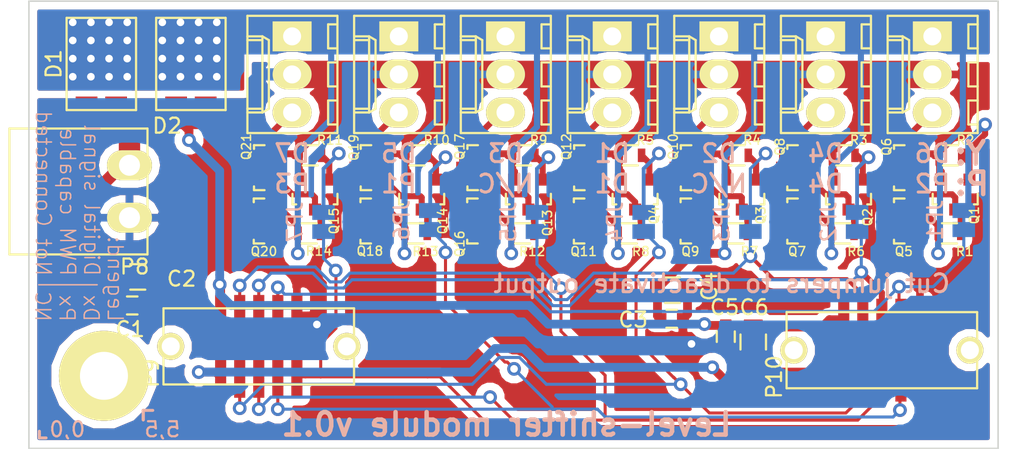
<source format=kicad_pcb>
(kicad_pcb (version 4) (host pcbnew 4.0.1-stable)
  (title_block (title "Unidirectional level-shifter") (date 2016-06-28) (rev 0.1))
  (layers (0 F.Cu signal) (31 B.Cu signal) (34 B.Paste user) (35 F.Paste user) (36 B.SilkS user) (37 F.SilkS user) (38 B.Mask user) (39 F.Mask user) (44 Edge.Cuts user))
  (net 0 "")
  (net 1 VPP)
  (net 2 GND)
  (net 3 VDD)
  (net 4 +5V)
  (net 5 GPIO2)
  (net 6 "Net-(JP1-Pad2)")
  (net 7 GPIO4)
  (net 8 "Net-(JP2-Pad2)")
  (net 9 GPIO6)
  (net 10 "Net-(JP3-Pad2)")
  (net 11 GPIO7)
  (net 12 "Net-(JP4-Pad2)")
  (net 13 GPIO5)
  (net 14 "Net-(JP5-Pad2)")
  (net 15 GPIO3)
  (net 16 "Net-(JP6-Pad2)")
  (net 17 GPIO1)
  (net 18 "Net-(JP7-Pad2)")
  (net 19 "Net-(P1-Pad3)")
  (net 20 "Net-(P3-Pad3)")
  (net 21 "Net-(P4-Pad3)")
  (net 22 "Net-(P5-Pad3)")
  (net 23 "Net-(P6-Pad3)")
  (net 24 "Net-(P7-Pad3)")
  (net 25 +3V3)
  (net 26 "Net-(Q1-Pad3)")
  (net 27 "Net-(Q2-Pad3)")
  (net 28 "Net-(Q10-Pad1)")
  (net 29 "Net-(Q11-Pad1)")
  (net 30 "Net-(Q13-Pad3)")
  (net 31 "Net-(Q14-Pad3)")
  (net 32 "Net-(Q15-Pad3)")
  (net 33 "Net-(P2-Pad3)")
  (module Connect:1pin (layer F.Cu) (at 5 25)
    (fp_text reference 5,5 (at 3.89 3.575) (layer B.SilkS) (effects (justify mirror)))
    (fp_text value 1pin)
    (pad 1 thru_hole circle (at 0 0) (size 6 6) (drill 3.2) (layers *.Cu *.Mask F.SilkS))
  )
  (module FCI_20020110-C021A01LF (layer F.Cu) (at 3.302 12.7 90)
    (fp_text reference P8 (at -5.0165 3.7465 180) (layer F.SilkS))
    (fp_text value CONN_01X02)
    (pad 1 thru_hole oval (at -1.75 3.4 90) (size 2 3) (drill 1.4) (layers *.Cu *.Mask F.SilkS) (net 2 GND))
    (pad 2 thru_hole oval (at 1.75 3.4 90) (size 2 3) (drill 1.4) (layers *.Cu *.Mask F.SilkS) (net 1 VPP))
  )
  (module Capacitors_SMD:C_0603 (layer F.Cu) (at 6.8855 20.3045)
    (fp_text reference C1 (at -0.139 1.5875) (layer F.SilkS))
    (fp_text value 100nF)
    (pad 1 smd rect (at -0.75 0) (size 0.8 0.75) (layers F.Cu F.Paste F.Mask) (net 1 VPP))
    (pad 2 smd rect (at 0.75 0) (size 0.8 0.75) (layers F.Cu F.Paste F.Mask) (net 2 GND))
  )
  (module Capacitors_SMD:C_0805 (layer F.Cu) (at 7.2545 18.3995)
    (fp_text reference C2 (at 2.921 0.127) (layer F.SilkS))
    (fp_text value 10uF)
    (pad 1 smd rect (at -1 0) (size 1 1.25) (layers F.Cu F.Paste F.Mask) (net 1 VPP))
    (pad 2 smd rect (at 1 0) (size 1 1.25) (layers F.Cu F.Paste F.Mask) (net 2 GND))
  )
  (module Capacitors_SMD:C_0603 (layer F.Cu) (at 42.8399 21.1935)
    (fp_text reference C3 (at -2.5654 0.0635) (layer F.SilkS))
    (fp_text value 100nF)
    (pad 1 smd rect (at -0.75 0) (size 0.8 0.75) (layers F.Cu F.Paste F.Mask) (net 3 VDD))
    (pad 2 smd rect (at 0.75 0) (size 0.8 0.75) (layers F.Cu F.Paste F.Mask) (net 2 GND))
  )
  (module Capacitors_SMD:C_0805 (layer F.Cu) (at 42.894 19.2885)
    (fp_text reference C4 (at 2.4605 -0.254 90) (layer F.SilkS))
    (fp_text value 10uF)
    (pad 1 smd rect (at -1 0) (size 1 1.25) (layers F.Cu F.Paste F.Mask) (net 3 VDD))
    (pad 2 smd rect (at 1 0) (size 1 1.25) (layers F.Cu F.Paste F.Mask) (net 2 GND))
  )
  (module TO_SOT_Packages_SMD:SOT-23 (layer F.Cu) (at 61.7375 12.90828 180)
    (fp_text reference Q1 (at -1.27 -1.37922 270) (layer F.SilkS) (effects (font (size 0.6 0.6) (thickness 0.1))))
    (fp_text value FDN339AN)
    (pad 1 smd rect (at -0.95 1.00076 180) (size 0.8001 0.8001) (layers F.Cu F.Paste F.Mask) (net 6 "Net-(JP1-Pad2)"))
    (pad 2 smd rect (at 0.95 1.00076 180) (size 0.8001 0.8001) (layers F.Cu F.Paste F.Mask) (net 2 GND))
    (pad 3 smd rect (at 0 -0.99822 180) (size 0.8001 0.8001) (layers F.Cu F.Paste F.Mask) (net 26 "Net-(Q1-Pad3)"))
  )
  (module TO_SOT_Packages_SMD:SOT-23 (layer F.Cu) (at 54.6255 12.90828 180)
    (fp_text reference Q2 (at -1.27 -1.50622 270) (layer F.SilkS) (effects (font (size 0.6 0.6) (thickness 0.1))))
    (fp_text value FDN339AN)
    (pad 1 smd rect (at -0.95 1.00076 180) (size 0.8001 0.8001) (layers F.Cu F.Paste F.Mask) (net 8 "Net-(JP2-Pad2)"))
    (pad 2 smd rect (at 0.95 1.00076 180) (size 0.8001 0.8001) (layers F.Cu F.Paste F.Mask) (net 2 GND))
    (pad 3 smd rect (at 0 -0.99822 180) (size 0.8001 0.8001) (layers F.Cu F.Paste F.Mask) (net 27 "Net-(Q2-Pad3)"))
  )
  (module TO_SOT_Packages_SMD:SOT-23 (layer F.Cu) (at 47.5135 12.90828 180)
    (fp_text reference Q3 (at -1.27 -1.37922 270) (layer F.SilkS) (effects (font (size 0.6 0.6) (thickness 0.1))))
    (fp_text value FDN339AN)
    (pad 1 smd rect (at -0.95 1.00076 180) (size 0.8001 0.8001) (layers F.Cu F.Paste F.Mask) (net 10 "Net-(JP3-Pad2)"))
    (pad 2 smd rect (at 0.95 1.00076 180) (size 0.8001 0.8001) (layers F.Cu F.Paste F.Mask) (net 2 GND))
    (pad 3 smd rect (at 0 -0.99822 180) (size 0.8001 0.8001) (layers F.Cu F.Paste F.Mask) (net 28 "Net-(Q10-Pad1)"))
  )
  (module TO_SOT_Packages_SMD:SOT-23 (layer F.Cu) (at 40.4015 12.90828 180)
    (fp_text reference Q4 (at -1.27 -1.37922 270) (layer F.SilkS) (effects (font (size 0.6 0.6) (thickness 0.1))))
    (fp_text value FDN339AN)
    (pad 1 smd rect (at -0.95 1.00076 180) (size 0.8001 0.8001) (layers F.Cu F.Paste F.Mask) (net 12 "Net-(JP4-Pad2)"))
    (pad 2 smd rect (at 0.95 1.00076 180) (size 0.8001 0.8001) (layers F.Cu F.Paste F.Mask) (net 2 GND))
    (pad 3 smd rect (at 0 -0.99822 180) (size 0.8001 0.8001) (layers F.Cu F.Paste F.Mask) (net 29 "Net-(Q11-Pad1)"))
  )
  (module TO_SOT_Packages_SMD:SOT-23 (layer F.Cu) (at 58.3085 14.6685 90)
    (fp_text reference Q5 (at -2.032 0 180) (layer F.SilkS) (effects (font (size 0.6 0.6) (thickness 0.1))))
    (fp_text value SI2301)
    (pad 1 smd rect (at -0.95 1.00076 90) (size 0.8001 0.8001) (layers F.Cu F.Paste F.Mask) (net 26 "Net-(Q1-Pad3)"))
    (pad 2 smd rect (at 0.95 1.00076 90) (size 0.8001 0.8001) (layers F.Cu F.Paste F.Mask) (net 3 VDD))
    (pad 3 smd rect (at 0 -0.99822 90) (size 0.8001 0.8001) (layers F.Cu F.Paste F.Mask) (net 19 "Net-(P1-Pad3)"))
  )
  (module TO_SOT_Packages_SMD:SOT-23 (layer F.Cu) (at 58.3085 11.1125 90)
    (fp_text reference Q6 (at 1.397 -1.143 270) (layer F.SilkS) (effects (font (size 0.6 0.6) (thickness 0.1))))
    (fp_text value FDN339AN)
    (pad 1 smd rect (at -0.95 1.00076 90) (size 0.8001 0.8001) (layers F.Cu F.Paste F.Mask) (net 26 "Net-(Q1-Pad3)"))
    (pad 2 smd rect (at 0.95 1.00076 90) (size 0.8001 0.8001) (layers F.Cu F.Paste F.Mask) (net 2 GND))
    (pad 3 smd rect (at 0 -0.99822 90) (size 0.8001 0.8001) (layers F.Cu F.Paste F.Mask) (net 19 "Net-(P1-Pad3)"))
  )
  (module TO_SOT_Packages_SMD:SOT-23 (layer F.Cu) (at 51.1965 14.6685 90)
    (fp_text reference Q7 (at -2.032 0 180) (layer F.SilkS) (effects (font (size 0.6 0.6) (thickness 0.1))))
    (fp_text value SI2301)
    (pad 1 smd rect (at -0.95 1.00076 90) (size 0.8001 0.8001) (layers F.Cu F.Paste F.Mask) (net 27 "Net-(Q2-Pad3)"))
    (pad 2 smd rect (at 0.95 1.00076 90) (size 0.8001 0.8001) (layers F.Cu F.Paste F.Mask) (net 3 VDD))
    (pad 3 smd rect (at 0 -0.99822 90) (size 0.8001 0.8001) (layers F.Cu F.Paste F.Mask) (net 33 "Net-(P2-Pad3)"))
  )
  (module TO_SOT_Packages_SMD:SOT-23 (layer F.Cu) (at 51.1965 11.1125 90)
    (fp_text reference Q8 (at 1.397 -1.143 270) (layer F.SilkS) (effects (font (size 0.6 0.6) (thickness 0.1))))
    (fp_text value FDN339AN)
    (pad 1 smd rect (at -0.95 1.00076 90) (size 0.8001 0.8001) (layers F.Cu F.Paste F.Mask) (net 27 "Net-(Q2-Pad3)"))
    (pad 2 smd rect (at 0.95 1.00076 90) (size 0.8001 0.8001) (layers F.Cu F.Paste F.Mask) (net 2 GND))
    (pad 3 smd rect (at 0 -0.99822 90) (size 0.8001 0.8001) (layers F.Cu F.Paste F.Mask) (net 33 "Net-(P2-Pad3)"))
  )
  (module TO_SOT_Packages_SMD:SOT-23 (layer F.Cu) (at 44.0845 14.6685 90)
    (fp_text reference Q9 (at -2.032 0 360) (layer F.SilkS) (effects (font (size 0.6 0.6) (thickness 0.1))))
    (fp_text value SI2301)
    (pad 1 smd rect (at -0.95 1.00076 90) (size 0.8001 0.8001) (layers F.Cu F.Paste F.Mask) (net 28 "Net-(Q10-Pad1)"))
    (pad 2 smd rect (at 0.95 1.00076 90) (size 0.8001 0.8001) (layers F.Cu F.Paste F.Mask) (net 3 VDD))
    (pad 3 smd rect (at 0 -0.99822 90) (size 0.8001 0.8001) (layers F.Cu F.Paste F.Mask) (net 20 "Net-(P3-Pad3)"))
  )
  (module TO_SOT_Packages_SMD:SOT-23 (layer F.Cu) (at 44.09974 11.115 90)
    (fp_text reference Q10 (at 1.3995 -1.15824 270) (layer F.SilkS) (effects (font (size 0.6 0.6) (thickness 0.1))))
    (fp_text value FDN339AN)
    (pad 1 smd rect (at -0.95 1.00076 90) (size 0.8001 0.8001) (layers F.Cu F.Paste F.Mask) (net 28 "Net-(Q10-Pad1)"))
    (pad 2 smd rect (at 0.95 1.00076 90) (size 0.8001 0.8001) (layers F.Cu F.Paste F.Mask) (net 2 GND))
    (pad 3 smd rect (at 0 -0.99822 90) (size 0.8001 0.8001) (layers F.Cu F.Paste F.Mask) (net 20 "Net-(P3-Pad3)"))
  )
  (module TO_SOT_Packages_SMD:SOT-23 (layer F.Cu) (at 36.9725 14.6685 90)
    (fp_text reference Q11 (at -2.032 0 360) (layer F.SilkS) (effects (font (size 0.6 0.6) (thickness 0.1))))
    (fp_text value SI2301)
    (pad 1 smd rect (at -0.95 1.00076 90) (size 0.8001 0.8001) (layers F.Cu F.Paste F.Mask) (net 29 "Net-(Q11-Pad1)"))
    (pad 2 smd rect (at 0.95 1.00076 90) (size 0.8001 0.8001) (layers F.Cu F.Paste F.Mask) (net 3 VDD))
    (pad 3 smd rect (at 0 -0.99822 90) (size 0.8001 0.8001) (layers F.Cu F.Paste F.Mask) (net 21 "Net-(P4-Pad3)"))
  )
  (module TO_SOT_Packages_SMD:SOT-23 (layer F.Cu) (at 36.98774 11.115 90)
    (fp_text reference Q12 (at 1.3995 -1.15824 270) (layer F.SilkS) (effects (font (size 0.6 0.6) (thickness 0.1))))
    (fp_text value FDN339AN)
    (pad 1 smd rect (at -0.95 1.00076 90) (size 0.8001 0.8001) (layers F.Cu F.Paste F.Mask) (net 29 "Net-(Q11-Pad1)"))
    (pad 2 smd rect (at 0.95 1.00076 90) (size 0.8001 0.8001) (layers F.Cu F.Paste F.Mask) (net 2 GND))
    (pad 3 smd rect (at 0 -0.99822 90) (size 0.8001 0.8001) (layers F.Cu F.Paste F.Mask) (net 21 "Net-(P4-Pad3)"))
  )
  (module TO_SOT_Packages_SMD:SOT-23 (layer F.Cu) (at 33.2895 12.90828 180)
    (fp_text reference Q13 (at -1.27 -1.88722 270) (layer F.SilkS) (effects (font (size 0.6 0.6) (thickness 0.1))))
    (fp_text value FDN339AN)
    (pad 1 smd rect (at -0.95 1.00076 180) (size 0.8001 0.8001) (layers F.Cu F.Paste F.Mask) (net 14 "Net-(JP5-Pad2)"))
    (pad 2 smd rect (at 0.95 1.00076 180) (size 0.8001 0.8001) (layers F.Cu F.Paste F.Mask) (net 2 GND))
    (pad 3 smd rect (at 0 -0.99822 180) (size 0.8001 0.8001) (layers F.Cu F.Paste F.Mask) (net 30 "Net-(Q13-Pad3)"))
  )
  (module TO_SOT_Packages_SMD:SOT-23 (layer F.Cu) (at 26.1775 12.90828 180)
    (fp_text reference Q14 (at -1.397 -1.76022 270) (layer F.SilkS) (effects (font (size 0.6 0.6) (thickness 0.1))))
    (fp_text value FDN339AN)
    (pad 1 smd rect (at -0.95 1.00076 180) (size 0.8001 0.8001) (layers F.Cu F.Paste F.Mask) (net 16 "Net-(JP6-Pad2)"))
    (pad 2 smd rect (at 0.95 1.00076 180) (size 0.8001 0.8001) (layers F.Cu F.Paste F.Mask) (net 2 GND))
    (pad 3 smd rect (at 0 -0.99822 180) (size 0.8001 0.8001) (layers F.Cu F.Paste F.Mask) (net 31 "Net-(Q14-Pad3)"))
  )
  (module TO_SOT_Packages_SMD:SOT-23 (layer F.Cu) (at 19.0655 12.90828 180)
    (fp_text reference Q15 (at -1.27 -1.76022 270) (layer F.SilkS) (effects (font (size 0.6 0.6) (thickness 0.1))))
    (fp_text value FDN339AN)
    (pad 1 smd rect (at -0.95 1.00076 180) (size 0.8001 0.8001) (layers F.Cu F.Paste F.Mask) (net 18 "Net-(JP7-Pad2)"))
    (pad 2 smd rect (at 0.95 1.00076 180) (size 0.8001 0.8001) (layers F.Cu F.Paste F.Mask) (net 2 GND))
    (pad 3 smd rect (at 0 -0.99822 180) (size 0.8001 0.8001) (layers F.Cu F.Paste F.Mask) (net 32 "Net-(Q15-Pad3)"))
  )
  (module TO_SOT_Packages_SMD:SOT-23 (layer F.Cu) (at 29.8605 14.6685 90)
    (fp_text reference Q16 (at -1.524 -1.143 270) (layer F.SilkS) (effects (font (size 0.6 0.6) (thickness 0.1))))
    (fp_text value SI2301)
    (pad 1 smd rect (at -0.95 1.00076 90) (size 0.8001 0.8001) (layers F.Cu F.Paste F.Mask) (net 30 "Net-(Q13-Pad3)"))
    (pad 2 smd rect (at 0.95 1.00076 90) (size 0.8001 0.8001) (layers F.Cu F.Paste F.Mask) (net 3 VDD))
    (pad 3 smd rect (at 0 -0.99822 90) (size 0.8001 0.8001) (layers F.Cu F.Paste F.Mask) (net 22 "Net-(P5-Pad3)"))
  )
  (module TO_SOT_Packages_SMD:SOT-23 (layer F.Cu) (at 29.87574 11.11 90)
    (fp_text reference Q17 (at 1.3945 -1.15824 270) (layer F.SilkS) (effects (font (size 0.6 0.6) (thickness 0.1))))
    (fp_text value FDN339AN)
    (pad 1 smd rect (at -0.95 1.00076 90) (size 0.8001 0.8001) (layers F.Cu F.Paste F.Mask) (net 30 "Net-(Q13-Pad3)"))
    (pad 2 smd rect (at 0.95 1.00076 90) (size 0.8001 0.8001) (layers F.Cu F.Paste F.Mask) (net 2 GND))
    (pad 3 smd rect (at 0 -0.99822 90) (size 0.8001 0.8001) (layers F.Cu F.Paste F.Mask) (net 22 "Net-(P5-Pad3)"))
  )
  (module TO_SOT_Packages_SMD:SOT-23 (layer F.Cu) (at 22.7485 14.6685 90)
    (fp_text reference Q18 (at -2.0066 -0.0254 360) (layer F.SilkS) (effects (font (size 0.6 0.6) (thickness 0.1))))
    (fp_text value SI2301)
    (pad 1 smd rect (at -0.95 1.00076 90) (size 0.8001 0.8001) (layers F.Cu F.Paste F.Mask) (net 31 "Net-(Q14-Pad3)"))
    (pad 2 smd rect (at 0.95 1.00076 90) (size 0.8001 0.8001) (layers F.Cu F.Paste F.Mask) (net 3 VDD))
    (pad 3 smd rect (at 0 -0.99822 90) (size 0.8001 0.8001) (layers F.Cu F.Paste F.Mask) (net 23 "Net-(P6-Pad3)"))
  )
  (module TO_SOT_Packages_SMD:SOT-23 (layer F.Cu) (at 22.76374 11.11 90)
    (fp_text reference Q19 (at 1.3437 -1.10744 270) (layer F.SilkS) (effects (font (size 0.6 0.6) (thickness 0.1))))
    (fp_text value FDN339AN)
    (pad 1 smd rect (at -0.95 1.00076 90) (size 0.8001 0.8001) (layers F.Cu F.Paste F.Mask) (net 31 "Net-(Q14-Pad3)"))
    (pad 2 smd rect (at 0.95 1.00076 90) (size 0.8001 0.8001) (layers F.Cu F.Paste F.Mask) (net 2 GND))
    (pad 3 smd rect (at 0 -0.99822 90) (size 0.8001 0.8001) (layers F.Cu F.Paste F.Mask) (net 23 "Net-(P6-Pad3)"))
  )
  (module TO_SOT_Packages_SMD:SOT-23 (layer F.Cu) (at 15.6365 14.6685 90)
    (fp_text reference Q20 (at -2.032 0.0254 360) (layer F.SilkS) (effects (font (size 0.6 0.6) (thickness 0.1))))
    (fp_text value SI2301)
    (pad 1 smd rect (at -0.95 1.00076 90) (size 0.8001 0.8001) (layers F.Cu F.Paste F.Mask) (net 32 "Net-(Q15-Pad3)"))
    (pad 2 smd rect (at 0.95 1.00076 90) (size 0.8001 0.8001) (layers F.Cu F.Paste F.Mask) (net 3 VDD))
    (pad 3 smd rect (at 0 -0.99822 90) (size 0.8001 0.8001) (layers F.Cu F.Paste F.Mask) (net 24 "Net-(P7-Pad3)"))
  )
  (module TO_SOT_Packages_SMD:SOT-23 (layer F.Cu) (at 15.65174 11.11 90)
    (fp_text reference Q21 (at 1.3945 -1.15824 90) (layer F.SilkS) (effects (font (size 0.6 0.6) (thickness 0.1))))
    (fp_text value FDN339AN)
    (pad 1 smd rect (at -0.95 1.00076 90) (size 0.8001 0.8001) (layers F.Cu F.Paste F.Mask) (net 32 "Net-(Q15-Pad3)"))
    (pad 2 smd rect (at 0.95 1.00076 90) (size 0.8001 0.8001) (layers F.Cu F.Paste F.Mask) (net 2 GND))
    (pad 3 smd rect (at 0 -0.99822 90) (size 0.8001 0.8001) (layers F.Cu F.Paste F.Mask) (net 24 "Net-(P7-Pad3)"))
  )
  (module Resistors_SMD:R_0603 (layer F.Cu) (at 61.3565 15.494)
    (fp_text reference R1 (at 1.016 1.2065) (layer F.SilkS) (effects (font (size 0.6 0.6) (thickness 0.1))))
    (fp_text value 1K)
    (pad 1 smd rect (at -0.75 0) (size 0.5 0.9) (layers F.Cu F.Paste F.Mask) (net 3 VDD))
    (pad 2 smd rect (at 0.75 0) (size 0.5 0.9) (layers F.Cu F.Paste F.Mask) (net 26 "Net-(Q1-Pad3)"))
  )
  (module Resistors_SMD:R_0603 (layer F.Cu) (at 61.42 10.287 180)
    (fp_text reference R2 (at -1.0005 1.016 360) (layer F.SilkS) (effects (font (size 0.6 0.6) (thickness 0.1))))
    (fp_text value 1K)
    (pad 1 smd rect (at -0.75 0 180) (size 0.5 0.9) (layers F.Cu F.Paste F.Mask) (net 6 "Net-(JP1-Pad2)"))
    (pad 2 smd rect (at 0.75 0 180) (size 0.5 0.9) (layers F.Cu F.Paste F.Mask) (net 2 GND))
  )
  (module Resistors_SMD:R_0603 (layer F.Cu) (at 54.308 10.287 180)
    (fp_text reference R3 (at -1.0005 1.016 360) (layer F.SilkS) (effects (font (size 0.6 0.6) (thickness 0.1))))
    (fp_text value 1K)
    (pad 1 smd rect (at -0.75 0 180) (size 0.5 0.9) (layers F.Cu F.Paste F.Mask) (net 8 "Net-(JP2-Pad2)"))
    (pad 2 smd rect (at 0.75 0 180) (size 0.5 0.9) (layers F.Cu F.Paste F.Mask) (net 2 GND))
  )
  (module Resistors_SMD:R_0603 (layer F.Cu) (at 47.196 10.287 180)
    (fp_text reference R4 (at -1.0005 1.016 360) (layer F.SilkS) (effects (font (size 0.6 0.6) (thickness 0.1))))
    (fp_text value 1K)
    (pad 1 smd rect (at -0.75 0 180) (size 0.5 0.9) (layers F.Cu F.Paste F.Mask) (net 10 "Net-(JP3-Pad2)"))
    (pad 2 smd rect (at 0.75 0 180) (size 0.5 0.9) (layers F.Cu F.Paste F.Mask) (net 2 GND))
  )
  (module Resistors_SMD:R_0603 (layer F.Cu) (at 40.084 10.287 180)
    (fp_text reference R5 (at -1.0005 1.016 360) (layer F.SilkS) (effects (font (size 0.6 0.6) (thickness 0.1))))
    (fp_text value 1K)
    (pad 1 smd rect (at -0.75 0 180) (size 0.5 0.9) (layers F.Cu F.Paste F.Mask) (net 12 "Net-(JP4-Pad2)"))
    (pad 2 smd rect (at 0.75 0 180) (size 0.5 0.9) (layers F.Cu F.Paste F.Mask) (net 2 GND))
  )
  (module Resistors_SMD:R_0603 (layer F.Cu) (at 54.2445 15.494)
    (fp_text reference R6 (at 0.889 1.2065) (layer F.SilkS) (effects (font (size 0.6 0.6) (thickness 0.1))))
    (fp_text value 1K)
    (pad 1 smd rect (at -0.75 0) (size 0.5 0.9) (layers F.Cu F.Paste F.Mask) (net 3 VDD))
    (pad 2 smd rect (at 0.75 0) (size 0.5 0.9) (layers F.Cu F.Paste F.Mask) (net 27 "Net-(Q2-Pad3)"))
  )
  (module Resistors_SMD:R_0603 (layer F.Cu) (at 47.1325 15.494)
    (fp_text reference R7 (at 0.889 1.2065) (layer F.SilkS) (effects (font (size 0.6 0.6) (thickness 0.1))))
    (fp_text value 1K)
    (pad 1 smd rect (at -0.75 0) (size 0.5 0.9) (layers F.Cu F.Paste F.Mask) (net 3 VDD))
    (pad 2 smd rect (at 0.75 0) (size 0.5 0.9) (layers F.Cu F.Paste F.Mask) (net 28 "Net-(Q10-Pad1)"))
  )
  (module Resistors_SMD:R_0603 (layer F.Cu) (at 40.0205 15.494)
    (fp_text reference R8 (at 0.762 1.2065) (layer F.SilkS) (effects (font (size 0.6 0.6) (thickness 0.1))))
    (fp_text value 1K)
    (pad 1 smd rect (at -0.75 0) (size 0.5 0.9) (layers F.Cu F.Paste F.Mask) (net 3 VDD))
    (pad 2 smd rect (at 0.75 0) (size 0.5 0.9) (layers F.Cu F.Paste F.Mask) (net 29 "Net-(Q11-Pad1)"))
  )
  (module Resistors_SMD:R_0603 (layer F.Cu) (at 32.972 10.287 180)
    (fp_text reference R9 (at -1.0005 1.016 360) (layer F.SilkS) (effects (font (size 0.6 0.6) (thickness 0.1))))
    (fp_text value 1K)
    (pad 1 smd rect (at -0.75 0 180) (size 0.5 0.9) (layers F.Cu F.Paste F.Mask) (net 14 "Net-(JP5-Pad2)"))
    (pad 2 smd rect (at 0.75 0 180) (size 0.5 0.9) (layers F.Cu F.Paste F.Mask) (net 2 GND))
  )
  (module Resistors_SMD:R_0603 (layer F.Cu) (at 25.86 10.287 180)
    (fp_text reference R10 (at -1.318 1.016 360) (layer F.SilkS) (effects (font (size 0.6 0.6) (thickness 0.1))))
    (fp_text value 1K)
    (pad 1 smd rect (at -0.75 0 180) (size 0.5 0.9) (layers F.Cu F.Paste F.Mask) (net 16 "Net-(JP6-Pad2)"))
    (pad 2 smd rect (at 0.75 0 180) (size 0.5 0.9) (layers F.Cu F.Paste F.Mask) (net 2 GND))
  )
  (module Resistors_SMD:R_0603 (layer F.Cu) (at 18.748 10.287 180)
    (fp_text reference R11 (at -1.318 1.016 360) (layer F.SilkS) (effects (font (size 0.6 0.6) (thickness 0.1))))
    (fp_text value 1K)
    (pad 1 smd rect (at -0.75 0 180) (size 0.5 0.9) (layers F.Cu F.Paste F.Mask) (net 18 "Net-(JP7-Pad2)"))
    (pad 2 smd rect (at 0.75 0 180) (size 0.5 0.9) (layers F.Cu F.Paste F.Mask) (net 2 GND))
  )
  (module Resistors_SMD:R_0603 (layer F.Cu) (at 32.9085 15.494)
    (fp_text reference R12 (at 0.635 1.2065) (layer F.SilkS) (effects (font (size 0.6 0.6) (thickness 0.1))))
    (fp_text value 1K)
    (pad 1 smd rect (at -0.75 0) (size 0.5 0.9) (layers F.Cu F.Paste F.Mask) (net 3 VDD))
    (pad 2 smd rect (at 0.75 0) (size 0.5 0.9) (layers F.Cu F.Paste F.Mask) (net 30 "Net-(Q13-Pad3)"))
  )
  (module Resistors_SMD:R_0603 (layer F.Cu) (at 25.7965 15.494)
    (fp_text reference R13 (at 0.635 1.2065 180) (layer F.SilkS) (effects (font (size 0.6 0.6) (thickness 0.1))))
    (fp_text value 1K)
    (pad 1 smd rect (at -0.75 0) (size 0.5 0.9) (layers F.Cu F.Paste F.Mask) (net 3 VDD))
    (pad 2 smd rect (at 0.75 0) (size 0.5 0.9) (layers F.Cu F.Paste F.Mask) (net 31 "Net-(Q14-Pad3)"))
  )
  (module Resistors_SMD:R_0603 (layer F.Cu) (at 18.6845 15.494)
    (fp_text reference R14 (at 0.635 1.1811) (layer F.SilkS) (effects (font (size 0.6 0.6) (thickness 0.1))))
    (fp_text value 1K)
    (pad 1 smd rect (at -0.75 0) (size 0.5 0.9) (layers F.Cu F.Paste F.Mask) (net 3 VDD))
    (pad 2 smd rect (at 0.75 0) (size 0.5 0.9) (layers F.Cu F.Paste F.Mask) (net 32 "Net-(Q15-Pad3)"))
  )
  (module Capacitors_SMD:C_0603 (layer F.Cu) (at 46.4467 22.3873 270)
    (fp_text reference C5 (at -1.9558 0.0762 360) (layer F.SilkS))
    (fp_text value 100nF)
    (pad 1 smd rect (at -0.75 0 270) (size 0.8 0.75) (layers F.Cu F.Paste F.Mask) (net 4 +5V))
    (pad 2 smd rect (at 0.75 0 270) (size 0.8 0.75) (layers F.Cu F.Paste F.Mask) (net 2 GND))
  )
  (module Capacitors_SMD:C_0805 (layer F.Cu) (at 48.2755 22.7429 270)
    (fp_text reference C6 (at -2.3114 -0.0635 360) (layer F.SilkS))
    (fp_text value 10uF)
    (pad 1 smd rect (at -1 0 270) (size 1 1.25) (layers F.Cu F.Paste F.Mask) (net 4 +5V))
    (pad 2 smd rect (at 1 0 270) (size 1 1.25) (layers F.Cu F.Paste F.Mask) (net 2 GND))
  )
  (module Connectors:SHF-105-01-L-D-SM-LC (layer F.Cu) (at 56.848 23.2885)
    (fp_text reference P10 (at -7.1755 1.7907 90) (layer F.SilkS))
    (fp_text value CONN_02X05)
    (pad 11 thru_hole circle (at -5.8675 0) (size 1.8 1.8) (drill 1.2) (layers *.Cu *.Mask F.SilkS))
    (pad 11 thru_hole circle (at 5.8675 0) (size 1.8 1.8) (drill 1.2) (layers *.Cu *.Mask F.SilkS))
    (pad 1 smd rect (at -2.54 2.0325) (size 0.74 2.795) (layers F.Cu F.Paste F.Mask) (net 25 +3V3))
    (pad 2 smd rect (at -2.54 -2.0325) (size 0.74 2.795) (layers F.Cu F.Paste F.Mask) (net 4 +5V))
    (pad 3 smd rect (at -1.27 2.0325) (size 0.74 2.795) (layers F.Cu F.Paste F.Mask) (net 17 GPIO1))
    (pad 4 smd rect (at -1.27 -2.0325) (size 0.74 2.795) (layers F.Cu F.Paste F.Mask) (net 5 GPIO2))
    (pad 5 smd rect (at 0 2.0325) (size 0.74 2.795) (layers F.Cu F.Paste F.Mask) (net 15 GPIO3))
    (pad 6 smd rect (at 0 -2.0325) (size 0.74 2.795) (layers F.Cu F.Paste F.Mask) (net 7 GPIO4))
    (pad 7 smd rect (at 1.27 2.0325) (size 0.74 2.795) (layers F.Cu F.Paste F.Mask) (net 13 GPIO5))
    (pad 8 smd rect (at 1.27 -2.0325) (size 0.74 2.795) (layers F.Cu F.Paste F.Mask) (net 9 GPIO6))
    (pad 9 smd rect (at 2.54 2.0325) (size 0.74 2.795) (layers F.Cu F.Paste F.Mask) (net 11 GPIO7))
    (pad 10 smd rect (at 2.54 -2.0325) (size 0.74 2.795) (layers F.Cu F.Paste F.Mask) (net 2 GND))
  )
  (module Jumpers:Solder-jumper-NC (layer B.Cu) (at 62.309 14.605 90)
    (fp_text reference JP1 (at 0 -1.905 90) (layer B.SilkS) (effects (justify mirror)))
    (fp_text value JUMPER)
    (pad 1 smd rect (at -0.635 0 90) (size 1 1.5) (layers B.Cu B.Paste B.Mask) (net 9 GPIO6))
    (pad 2 smd rect (at 0.635 0 90) (size 1 1.5) (layers B.Cu B.Paste B.Mask) (net 6 "Net-(JP1-Pad2)"))
    (pad 1 smd rect (at 0 0) (size 0.2032 0.508) (layers B.Cu B.Paste B.Mask) (net 9 GPIO6))
  )
  (module Connectors:SHF-105-01-L-D-SM-LC (layer F.Cu) (at 15.319 23.035)
    (fp_text reference P9 (at -7.1755 1.7907 90) (layer F.SilkS))
    (fp_text value CONN_02X05)
    (pad 11 thru_hole circle (at -5.8675 0) (size 1.8 1.8) (drill 1.2) (layers *.Cu *.Mask F.SilkS))
    (pad 11 thru_hole circle (at 5.8675 0) (size 1.8 1.8) (drill 1.2) (layers *.Cu *.Mask F.SilkS))
    (pad 1 smd rect (at -2.54 2.0325) (size 0.74 2.795) (layers F.Cu F.Paste F.Mask) (net 25 +3V3))
    (pad 2 smd rect (at -2.54 -2.0325) (size 0.74 2.795) (layers F.Cu F.Paste F.Mask) (net 4 +5V))
    (pad 3 smd rect (at -1.27 2.0325) (size 0.74 2.795) (layers F.Cu F.Paste F.Mask) (net 17 GPIO1))
    (pad 4 smd rect (at -1.27 -2.0325) (size 0.74 2.795) (layers F.Cu F.Paste F.Mask) (net 5 GPIO2))
    (pad 5 smd rect (at 0 2.0325) (size 0.74 2.795) (layers F.Cu F.Paste F.Mask) (net 15 GPIO3))
    (pad 6 smd rect (at 0 -2.0325) (size 0.74 2.795) (layers F.Cu F.Paste F.Mask) (net 7 GPIO4))
    (pad 7 smd rect (at 1.27 2.0325) (size 0.74 2.795) (layers F.Cu F.Paste F.Mask) (net 13 GPIO5))
    (pad 8 smd rect (at 1.27 -2.0325) (size 0.74 2.795) (layers F.Cu F.Paste F.Mask) (net 9 GPIO6))
    (pad 9 smd rect (at 2.54 2.0325) (size 0.74 2.795) (layers F.Cu F.Paste F.Mask) (net 11 GPIO7))
    (pad 10 smd rect (at 2.54 -2.0325) (size 0.74 2.795) (layers F.Cu F.Paste F.Mask) (net 2 GND))
  )
  (module Jumpers:Solder-jumper-NC (layer B.Cu) (at 48.085 14.732 90)
    (fp_text reference JP3 (at 0 -1.905 90) (layer B.SilkS) (effects (justify mirror)))
    (fp_text value JUMPER)
    (pad 1 smd rect (at -0.635 0 90) (size 1 1.5) (layers B.Cu B.Paste B.Mask) (net 5 GPIO2))
    (pad 2 smd rect (at 0.635 0 90) (size 1 1.5) (layers B.Cu B.Paste B.Mask) (net 10 "Net-(JP3-Pad2)"))
    (pad "" smd rect (at 0 0) (size 0.2032 0.508) (layers B.Cu B.Paste B.Mask))
  )
  (module Jumpers:Solder-jumper-NC (layer B.Cu) (at 40.973 14.732 90)
    (fp_text reference JP4 (at 0 -1.905 90) (layer B.SilkS) (effects (justify mirror)))
    (fp_text value JUMPER)
    (pad 1 smd rect (at -0.635 0 90) (size 1 1.5) (layers B.Cu B.Paste B.Mask) (net 17 GPIO1))
    (pad 2 smd rect (at 0.635 0 90) (size 1 1.5) (layers B.Cu B.Paste B.Mask) (net 12 "Net-(JP4-Pad2)"))
    (pad "" smd rect (at 0 0) (size 0.2032 0.508) (layers B.Cu B.Paste B.Mask))
  )
  (module Jumpers:Solder-jumper-NC (layer B.Cu) (at 33.861 14.732 90)
    (fp_text reference JP5 (at 0 -1.905 90) (layer B.SilkS) (effects (justify mirror)))
    (fp_text value JUMPER)
    (pad 1 smd rect (at -0.635 0 90) (size 1 1.5) (layers B.Cu B.Paste B.Mask) (net 15 GPIO3))
    (pad 2 smd rect (at 0.635 0 90) (size 1 1.5) (layers B.Cu B.Paste B.Mask) (net 14 "Net-(JP5-Pad2)"))
    (pad "" smd rect (at 0 0) (size 0.2032 0.508) (layers B.Cu B.Paste B.Mask))
  )
  (module Jumpers:Solder-jumper-NC (layer B.Cu) (at 26.749 14.605 90)
    (fp_text reference JP6 (at 0 -1.905 90) (layer B.SilkS) (effects (justify mirror)))
    (fp_text value JUMPER)
    (pad 1 smd rect (at -0.635 0 90) (size 1 1.5) (layers B.Cu B.Paste B.Mask) (net 13 GPIO5))
    (pad 2 smd rect (at 0.635 0 90) (size 1 1.5) (layers B.Cu B.Paste B.Mask) (net 16 "Net-(JP6-Pad2)"))
    (pad "" smd rect (at 0 0) (size 0.2032 0.508) (layers B.Cu B.Paste B.Mask))
  )
  (module Jumpers:Solder-jumper-NC (layer B.Cu) (at 19.637 14.732 90)
    (fp_text reference JP7 (at 0 -1.905 90) (layer B.SilkS) (effects (justify mirror)))
    (fp_text value JUMPER)
    (pad 1 smd rect (at -0.635 0 90) (size 1 1.5) (layers B.Cu B.Paste B.Mask) (net 11 GPIO7))
    (pad 2 smd rect (at 0.635 0 90) (size 1 1.5) (layers B.Cu B.Paste B.Mask) (net 18 "Net-(JP7-Pad2)"))
    (pad "" smd rect (at 0 0) (size 0.2032 0.508) (layers B.Cu B.Paste B.Mask))
  )
  (module Jumpers:Solder-jumper-NC (layer B.Cu) (at 55.197 14.732 90)
    (fp_text reference JP2 (at 0 -1.905 90) (layer B.SilkS) (effects (justify mirror)))
    (fp_text value JUMPER)
    (pad 1 smd rect (at -0.635 0 90) (size 1 1.5) (layers B.Cu B.Paste B.Mask) (net 7 GPIO4))
    (pad 2 smd rect (at 0.635 0 90) (size 1 1.5) (layers B.Cu B.Paste B.Mask) (net 8 "Net-(JP2-Pad2)"))
    (pad "" smd rect (at 0 0) (size 0.2032 0.508) (layers B.Cu B.Paste B.Mask))
  )
  (module Connectors:Molex_KK_6410-03 (layer F.Cu) (at 24.6535 2.3495 270)
    (fp_text reference P6 hide)
    (fp_text value CONN_01X03)
    (pad 1 thru_hole rect (at 0 0 270) (size 2 2.6) (drill 1.2) (layers *.Cu *.Mask F.SilkS) (net 3 VDD))
    (pad 2 thru_hole oval (at 2.54 0 270) (size 2 2.6) (drill 1.2) (layers *.Cu *.Mask F.SilkS) (net 2 GND))
    (pad 3 thru_hole oval (at 5.08 0 270) (size 2 2.6) (drill 1.2) (layers *.Cu *.Mask F.SilkS) (net 23 "Net-(P6-Pad3)"))
  )
  (module Connectors:Molex_KK_6410-03 (layer F.Cu) (at 31.7655 2.3495 270)
    (fp_text reference P5 hide)
    (fp_text value CONN_01X03)
    (pad 1 thru_hole rect (at 0 0 270) (size 2 2.6) (drill 1.2) (layers *.Cu *.Mask F.SilkS) (net 3 VDD))
    (pad 2 thru_hole oval (at 2.54 0 270) (size 2 2.6) (drill 1.2) (layers *.Cu *.Mask F.SilkS) (net 2 GND))
    (pad 3 thru_hole oval (at 5.08 0 270) (size 2 2.6) (drill 1.2) (layers *.Cu *.Mask F.SilkS) (net 22 "Net-(P5-Pad3)"))
  )
  (module Connectors:Molex_KK_6410-03 (layer F.Cu) (at 38.8775 2.3495 270)
    (fp_text reference P4 hide)
    (fp_text value CONN_01X03)
    (pad 1 thru_hole rect (at 0 0 270) (size 2 2.6) (drill 1.2) (layers *.Cu *.Mask F.SilkS) (net 3 VDD))
    (pad 2 thru_hole oval (at 2.54 0 270) (size 2 2.6) (drill 1.2) (layers *.Cu *.Mask F.SilkS) (net 2 GND))
    (pad 3 thru_hole oval (at 5.08 0 270) (size 2 2.6) (drill 1.2) (layers *.Cu *.Mask F.SilkS) (net 21 "Net-(P4-Pad3)"))
  )
  (module Connectors:Molex_KK_6410-03 (layer F.Cu) (at 45.9895 2.3495 270)
    (fp_text reference P3 hide)
    (fp_text value CONN_01X03)
    (pad 1 thru_hole rect (at 0 0 270) (size 2 2.6) (drill 1.2) (layers *.Cu *.Mask F.SilkS) (net 3 VDD))
    (pad 2 thru_hole oval (at 2.54 0 270) (size 2 2.6) (drill 1.2) (layers *.Cu *.Mask F.SilkS) (net 2 GND))
    (pad 3 thru_hole oval (at 5.08 0 270) (size 2 2.6) (drill 1.2) (layers *.Cu *.Mask F.SilkS) (net 20 "Net-(P3-Pad3)"))
  )
  (module Connectors:Molex_KK_6410-03 (layer F.Cu) (at 53.1015 2.3495 270)
    (fp_text reference P2 hide)
    (fp_text value CONN_01X03)
    (pad 1 thru_hole rect (at 0 0 270) (size 2 2.6) (drill 1.2) (layers *.Cu *.Mask F.SilkS) (net 3 VDD))
    (pad 2 thru_hole oval (at 2.54 0 270) (size 2 2.6) (drill 1.2) (layers *.Cu *.Mask F.SilkS) (net 2 GND))
    (pad 3 thru_hole oval (at 5.08 0 270) (size 2 2.6) (drill 1.2) (layers *.Cu *.Mask F.SilkS) (net 33 "Net-(P2-Pad3)"))
  )
  (module Connectors:Molex_KK_6410-03 (layer F.Cu) (at 60.2135 2.3495 270)
    (fp_text reference P1 hide)
    (fp_text value CONN_01X03)
    (pad 1 thru_hole rect (at 0 0 270) (size 2 2.6) (drill 1.2) (layers *.Cu *.Mask F.SilkS) (net 3 VDD))
    (pad 2 thru_hole oval (at 2.54 0 270) (size 2 2.6) (drill 1.2) (layers *.Cu *.Mask F.SilkS) (net 2 GND))
    (pad 3 thru_hole oval (at 5.08 0 270) (size 2 2.6) (drill 1.2) (layers *.Cu *.Mask F.SilkS) (net 19 "Net-(P1-Pad3)"))
  )
  (module Connectors:Molex_KK_6410-03 (layer F.Cu) (at 17.5415 2.3495 270)
    (fp_text reference P7 hide)
    (fp_text value CONN_01X03)
    (pad 1 thru_hole rect (at 0 0 270) (size 2 2.6) (drill 1.2) (layers *.Cu *.Mask F.SilkS) (net 3 VDD))
    (pad 2 thru_hole oval (at 2.54 0 270) (size 2 2.6) (drill 1.2) (layers *.Cu *.Mask F.SilkS) (net 2 GND))
    (pad 3 thru_hole oval (at 5.08 0 270) (size 2 2.6) (drill 1.2) (layers *.Cu *.Mask F.SilkS) (net 24 "Net-(P7-Pad3)"))
  )
  (module Diodes:TO-277_3L (layer F.Cu) (at 4.826 4.191 270)
    (fp_text reference D1 (at 0 3.175 270) (layer F.SilkS))
    (fp_text value FSV12120V)
    (pad 2 smd rect (at 2.75 -0.985 270) (size 1.15 1.45) (layers F.Cu F.Paste F.Mask) (net 1 VPP))
    (pad 2 smd rect (at 2.75 0.985 270) (size 1.15 1.45) (layers F.Cu F.Paste F.Mask) (net 1 VPP))
    (pad 1 smd rect (at -1 0 270) (size 4.65 4.15) (layers F.Cu F.Paste F.Mask) (net 3 VDD))
  )
  (module Diodes:TO-277_3L (layer F.Cu) (at 10.795 4.191 270)
    (fp_text reference D2 (at 4.1275 1.5875 360) (layer F.SilkS))
    (fp_text value FSV12120V)
    (pad 2 smd rect (at 2.75 -0.985 270) (size 1.15 1.45) (layers F.Cu F.Paste F.Mask) (net 4 +5V))
    (pad 2 smd rect (at 2.75 0.985 270) (size 1.15 1.45) (layers F.Cu F.Paste F.Mask) (net 4 +5V))
    (pad 1 smd rect (at -1 0 270) (size 4.65 4.15) (layers F.Cu F.Paste F.Mask) (net 3 VDD))
  )
  (gr_text "Level-shifter module v0.1\n" (at 31.829 28.242) (layer B.SilkS) (effects (font (size 1.5 1.5) (thickness 0.3)) (justify mirror)))
  (gr_text "Cut jumpers to deactivate output" (at 46.18 18.844) (layer B.SilkS) (effects (font (size 1.2 1.2) (thickness 0.2)) (justify mirror)))
  (gr_line (start 0 29.845) (end 64.595 29.845) (layer Edge.Cuts) (width 0.1))
  (gr_line (start 0 0) (end 64.595 0) (layer Edge.Cuts) (width 0.1))
  (gr_line (start 7.62 27.305) (end 8.255 27.305) (layer B.SilkS) (width 0.2))
  (gr_line (start 7.62 27.94) (end 7.62 27.305) (layer B.SilkS) (width 0.2))
  (gr_line (start 7.62 27.305) (end 7.62 27.94) (layer B.SilkS) (width 0.2))
  (gr_line (start 64.595 29.845) (end 64.595 0.635) (layer Edge.Cuts) (width 0.1))
  (gr_line (start 0 26.035) (end 0 29.845) (layer Edge.Cuts) (width 0.1))
  (gr_line (start 0 0) (end 0 26.035) (layer Edge.Cuts) (width 0.1))
  (gr_line (start 64.595 0.635) (end 64.595 0) (layer Edge.Cuts) (width 0.1))
  (gr_text "Legend:\nDx \nPx\nNC" (at 3.335 21.463 270) (layer B.SilkS) (effects (font (size 1 1) (thickness 0.1)) (justify left mirror)))
  (gr_text P: (at 61.547 12.192) (layer B.SilkS) (effects (font (size 1.5 1.5) (thickness 0.3)) (justify right mirror)))
  (gr_text "Digital signal\nPWM capable\nNot Connected" (at 2.573 18.415 270) (layer B.SilkS) (effects (font (size 1 1) (thickness 0.1)) (justify left mirror)))
  (gr_line (start 0.6604 18.923) (end 4.5466 18.923) (layer B.SilkS) (width 0.1))
  (gr_text P3 (at 17.5415 12.192) (layer B.SilkS) (effects (font (size 1.2 1.2) (thickness 0.2)) (justify mirror)))
  (gr_text P2 (at 60.2135 12.192) (layer B.SilkS) (effects (font (size 1.2 1.2) (thickness 0.2)) (justify mirror)))
  (gr_text P1 (at 24.6535 12.192) (layer B.SilkS) (effects (font (size 1.2 1.2) (thickness 0.2)) (justify mirror)))
  (gr_text N/C (at 31.7655 12.192) (layer B.SilkS) (effects (font (size 1.2 1.2) (thickness 0.2)) (justify mirror)))
  (gr_text "N/C\n" (at 45.9895 12.192) (layer B.SilkS) (effects (font (size 1.2 1.2) (thickness 0.2)) (justify mirror)))
  (gr_text D4 (at 53.1015 12.192) (layer B.SilkS) (effects (font (size 1.2 1.2) (thickness 0.2)) (justify mirror)))
  (gr_text D1 (at 38.8775 10.16) (layer B.SilkS) (effects (font (size 1.2 1.2) (thickness 0.2)) (justify mirror)))
  (gr_text D3 (at 31.7655 10.16) (layer B.SilkS) (effects (font (size 1.2 1.2) (thickness 0.2)) (justify mirror)))
  (gr_text D1 (at 38.8775 12.192) (layer B.SilkS) (effects (font (size 1.2 1.2) (thickness 0.2)) (justify mirror)))
  (gr_text D2 (at 45.9895 10.16) (layer B.SilkS) (effects (font (size 1.2 1.2) (thickness 0.2)) (justify mirror)))
  (gr_text D4 (at 53.1015 10.16) (layer B.SilkS) (effects (font (size 1.2 1.2) (thickness 0.2)) (justify mirror)))
  (gr_text D6 (at 60.2135 10.16) (layer B.SilkS) (effects (font (size 1.2 1.2) (thickness 0.2)) (justify mirror)))
  (gr_text D5 (at 24.6535 10.16) (layer B.SilkS) (effects (font (size 1.2 1.2) (thickness 0.2)) (justify mirror)))
  (gr_text "D7\n" (at 17.5415 10.16) (layer B.SilkS) (effects (font (size 1.2 1.2) (thickness 0.2)) (justify mirror)))
  (gr_text Y: (at 61.547 10.16) (layer B.SilkS) (effects (font (size 1.5 1.5) (thickness 0.3)) (justify right mirror)))
  (gr_text 0,0 (at 1.27 28.575) (layer B.SilkS) (effects (font (size 1 1)) (justify right mirror)))
  (gr_line (start 0.6985 29.1415) (end 1.143 29.1415) (layer B.SilkS) (width 0.2))
  (gr_line (start 0.6985 28.8875) (end 0.6985 28.697) (layer B.SilkS) (width 0.2))
  (gr_line (start 0.6985 29.1415) (end 0.6985 28.8875) (layer B.SilkS) (width 0.2))
  (segment (start 4.064 16.256) (end 4.064 13.088) (width 0.8128) (layer F.Cu) (net 1))
  (segment (start 4.064 13.088) (end 6.202 10.95) (width 0.8128) (layer F.Cu) (net 1))
  (segment (start 6.202 10.95) (end 6.702 10.95) (width 0.8128) (layer F.Cu) (net 1))
  (segment (start 6.2075 18.3995) (end 4.064 16.256) (width 0.8128) (layer F.Cu) (net 1))
  (segment (start 6.2545 18.3995) (end 6.2075 18.3995) (width 0.8128) (layer F.Cu) (net 1))
  (segment (start 6.702 10.95) (end 6.702 8.5276) (width 1.4224) (layer F.Cu) (net 1))
  (segment (start 6.702 8.5276) (end 6.6834 8.509) (width 1.4224) (layer F.Cu) (net 1))
  (segment (start 6.6834 8.509) (end 4.261 8.509) (width 1.4224) (layer F.Cu) (net 1))
  (segment (start 5.399 8.509) (end 4.261 8.509) (width 0.8128) (layer F.Cu) (net 1))
  (segment (start 4.261 8.509) (end 3.841 8.089) (width 0.8128) (layer F.Cu) (net 1))
  (segment (start 5.811 8.097) (end 5.399 8.509) (width 0.8128) (layer F.Cu) (net 1))
  (segment (start 5.811 6.941) (end 5.811 8.097) (width 0.8128) (layer F.Cu) (net 1))
  (segment (start 3.841 6.941) (end 3.841 8.089) (width 0.8128) (layer F.Cu) (net 1))
  (segment (start 6.2545 18.2745) (end 6.2545 18.3995) (width 0.8128) (layer F.Cu) (net 1))
  (segment (start 6.1355 20.3045) (end 6.1355 18.5185) (width 0.5842) (layer F.Cu) (net 1))
  (segment (start 6.1355 18.5185) (end 6.2545 18.3995) (width 0.5842) (layer F.Cu) (net 1))
  (segment (start 8.2545 19.6855) (end 8.802958 19.6855) (width 0.5842) (layer F.Cu) (net 2))
  (segment (start 17.732 23.035) (end 17.859 22.908) (width 0.5842) (layer F.Cu) (net 2))
  (segment (start 17.859 22.908) (end 17.859 21.0025) (width 0.5842) (layer F.Cu) (net 2))
  (segment (start 8.802958 19.6855) (end 12.152458 23.035) (width 0.5842) (layer F.Cu) (net 2))
  (segment (start 12.152458 23.035) (end 17.732 23.035) (width 0.5842) (layer F.Cu) (net 2))
  (segment (start 44.1607 22.8699) (end 33.9189 22.8699) (width 0.5842) (layer B.Cu) (net 2))
  (segment (start 33.9189 22.8699) (end 32.166301 21.117301) (width 0.5842) (layer B.Cu) (net 2))
  (segment (start 32.166301 21.117301) (end 19.649699 21.117301) (width 0.5842) (layer B.Cu) (net 2))
  (segment (start 19.649699 21.117301) (end 19.1925 21.5745) (width 0.5842) (layer B.Cu) (net 2))
  (segment (start 17.5415 4.8895) (end 20.5895 4.8895) (width 1.8288) (layer F.Cu) (net 2))
  (segment (start 15.0015 11.9365) (end 15.0015 5.3167) (width 0.8128) (layer B.Cu) (net 2))
  (segment (start 15.0015 5.3167) (end 15.4287 4.8895) (width 0.8128) (layer B.Cu) (net 2))
  (segment (start 15.4287 4.8895) (end 17.5415 4.8895) (width 0.8128) (layer B.Cu) (net 2))
  (segment (start 17.859 21.0025) (end 18.6205 21.0025) (width 0.5842) (layer F.Cu) (net 2))
  (segment (start 18.6205 21.0025) (end 19.1925 21.5745) (width 0.5842) (layer F.Cu) (net 2))
  (via (at 19.1925 21.5745) (size 0.9144) (drill 0.508) (layers F.Cu B.Cu) (net 2))
  (segment (start 45.3291 22.8699) (end 45.3291 22.9789) (width 0.5842) (layer F.Cu) (net 2))
  (segment (start 45.3291 22.9789) (end 45.4875 23.1373) (width 0.5842) (layer F.Cu) (net 2))
  (segment (start 45.4875 23.1373) (end 46.4467 23.1373) (width 0.5842) (layer F.Cu) (net 2))
  (segment (start 48.2755 23.7429) (end 47.0523 23.7429) (width 0.5842) (layer F.Cu) (net 2))
  (segment (start 47.0523 23.7429) (end 46.4467 23.1373) (width 0.5842) (layer F.Cu) (net 2))
  (segment (start 52.220458 24.7495) (end 49.2821 24.7495) (width 0.5842) (layer F.Cu) (net 2))
  (segment (start 49.2821 24.7495) (end 48.2755 23.7429) (width 0.5842) (layer F.Cu) (net 2))
  (segment (start 43.5899 21.1935) (end 43.5899 22.2991) (width 0.5842) (layer F.Cu) (net 2))
  (segment (start 43.5899 22.2991) (end 44.1607 22.8699) (width 0.5842) (layer F.Cu) (net 2))
  (segment (start 43.894 19.2885) (end 43.894 20.8894) (width 0.5842) (layer F.Cu) (net 2))
  (segment (start 43.894 20.8894) (end 43.5899 21.1935) (width 0.5842) (layer F.Cu) (net 2))
  (segment (start 45.3291 22.8699) (end 44.1607 22.8699) (width 0.5842) (layer F.Cu) (net 2))
  (via (at 44.1607 22.8699) (size 0.9144) (drill 0.508) (layers F.Cu B.Cu) (net 2))
  (segment (start 59.3494 23.2763) (end 53.693658 23.2763) (width 0.5842) (layer F.Cu) (net 2))
  (segment (start 53.693658 23.2763) (end 52.220458 24.7495) (width 0.5842) (layer F.Cu) (net 2))
  (segment (start 59.388 21.256) (end 59.388 23.2377) (width 0.5842) (layer F.Cu) (net 2))
  (segment (start 59.388 23.2377) (end 59.3494 23.2763) (width 0.5842) (layer F.Cu) (net 2))
  (segment (start 8.2545 18.3995) (end 8.2545 19.6855) (width 0.5842) (layer F.Cu) (net 2))
  (segment (start 8.2545 19.6855) (end 7.6355 20.3045) (width 0.5842) (layer F.Cu) (net 2))
  (segment (start 17.2415 4.8895) (end 17.5415 4.8895) (width 0.5842) (layer B.Cu) (net 2))
  (segment (start 17.859 21.0025) (end 17.859 21.257) (width 0.5842) (layer F.Cu) (net 2))
  (segment (start 20.5895 4.8895) (end 24.6535 4.8895) (width 1.8288) (layer F.Cu) (net 2))
  (segment (start 17.998 10.287) (end 17.998 10.087) (width 0.4064) (layer F.Cu) (net 2))
  (segment (start 20.5895 7.4955) (end 20.5895 4.8895) (width 0.4064) (layer F.Cu) (net 2))
  (segment (start 17.998 10.087) (end 20.5895 7.4955) (width 0.4064) (layer F.Cu) (net 2))
  (segment (start 24.6535 4.8895) (end 27.8285 4.8895) (width 1.8288) (layer F.Cu) (net 2))
  (segment (start 25.11 10.287) (end 25.11 10.087) (width 0.4064) (layer F.Cu) (net 2))
  (segment (start 25.11 10.087) (end 27.8285 7.3685) (width 0.4064) (layer F.Cu) (net 2))
  (segment (start 27.8285 7.3685) (end 27.8285 4.8895) (width 0.4064) (layer F.Cu) (net 2))
  (segment (start 34.5595 4.8895) (end 38.8775 4.8895) (width 1.8288) (layer F.Cu) (net 2))
  (segment (start 32.222 10.287) (end 32.222 10.087) (width 0.4064) (layer F.Cu) (net 2))
  (segment (start 32.222 10.087) (end 34.5595 7.7495) (width 0.4064) (layer F.Cu) (net 2))
  (segment (start 38.8775 4.8895) (end 41.7985 4.8895) (width 1.8288) (layer F.Cu) (net 2))
  (segment (start 41.7985 4.8895) (end 45.9895 4.8895) (width 1.8288) (layer F.Cu) (net 2))
  (segment (start 39.334 10.287) (end 39.334 10.087) (width 0.4064) (layer F.Cu) (net 2))
  (segment (start 39.334 10.087) (end 41.7985 7.6225) (width 0.4064) (layer F.Cu) (net 2))
  (segment (start 41.7985 7.6225) (end 41.7985 4.8895) (width 0.4064) (layer F.Cu) (net 2))
  (segment (start 45.9895 4.8895) (end 48.2755 4.8895) (width 1.8288) (layer F.Cu) (net 2))
  (segment (start 48.2755 4.8895) (end 53.1015 4.8895) (width 1.8288) (layer F.Cu) (net 2))
  (segment (start 48.2755 8.2575) (end 48.2755 4.8895) (width 0.4064) (layer F.Cu) (net 2))
  (segment (start 46.446 10.287) (end 46.446 10.087) (width 0.4064) (layer F.Cu) (net 2))
  (segment (start 46.446 10.087) (end 48.2755 8.2575) (width 0.4064) (layer F.Cu) (net 2))
  (segment (start 16.6525 10.16) (end 17.871 10.16) (width 0.4064) (layer F.Cu) (net 2))
  (segment (start 17.871 10.16) (end 17.998 10.287) (width 0.4064) (layer F.Cu) (net 2))
  (segment (start 17.998 10.287) (end 17.998 11.79002) (width 0.4064) (layer F.Cu) (net 2))
  (segment (start 17.998 11.79002) (end 18.1155 11.90752) (width 0.4064) (layer F.Cu) (net 2))
  (segment (start 23.7645 10.16) (end 24.983 10.16) (width 0.4064) (layer F.Cu) (net 2))
  (segment (start 24.983 10.16) (end 25.11 10.287) (width 0.4064) (layer F.Cu) (net 2))
  (segment (start 25.11 10.287) (end 25.11 11.79002) (width 0.4064) (layer F.Cu) (net 2))
  (segment (start 25.11 11.79002) (end 25.2275 11.90752) (width 0.4064) (layer F.Cu) (net 2))
  (segment (start 30.8765 10.16) (end 32.095 10.16) (width 0.4064) (layer F.Cu) (net 2))
  (segment (start 32.095 10.16) (end 32.222 10.287) (width 0.4064) (layer F.Cu) (net 2))
  (segment (start 32.222 10.287) (end 32.222 11.79002) (width 0.4064) (layer F.Cu) (net 2))
  (segment (start 32.222 11.79002) (end 32.3395 11.90752) (width 0.4064) (layer F.Cu) (net 2))
  (segment (start 37.9885 10.165) (end 39.212 10.165) (width 0.4064) (layer F.Cu) (net 2))
  (segment (start 39.212 10.165) (end 39.334 10.287) (width 0.4064) (layer F.Cu) (net 2))
  (segment (start 39.334 10.287) (end 39.334 11.79002) (width 0.4064) (layer F.Cu) (net 2))
  (segment (start 39.334 11.79002) (end 39.4515 11.90752) (width 0.4064) (layer F.Cu) (net 2))
  (segment (start 45.1005 10.165) (end 46.324 10.165) (width 0.4064) (layer F.Cu) (net 2))
  (segment (start 46.324 10.165) (end 46.446 10.287) (width 0.4064) (layer F.Cu) (net 2))
  (segment (start 46.446 10.287) (end 46.446 11.79002) (width 0.4064) (layer F.Cu) (net 2))
  (segment (start 46.446 11.79002) (end 46.5635 11.90752) (width 0.4064) (layer F.Cu) (net 2))
  (segment (start 53.558 10.287) (end 53.558 11.79002) (width 0.4064) (layer F.Cu) (net 2))
  (segment (start 53.558 11.79002) (end 53.6755 11.90752) (width 0.4064) (layer F.Cu) (net 2))
  (segment (start 53.1015 4.8895) (end 55.705 4.8895) (width 1.8288) (layer F.Cu) (net 2))
  (segment (start 55.705 4.8895) (end 60.2135 4.8895) (width 1.8288) (layer F.Cu) (net 2))
  (segment (start 53.558 10.087) (end 55.705 7.94) (width 0.4064) (layer F.Cu) (net 2))
  (segment (start 53.558 10.287) (end 53.558 10.087) (width 0.4064) (layer F.Cu) (net 2))
  (segment (start 55.705 7.94) (end 55.705 4.8895) (width 0.4064) (layer F.Cu) (net 2))
  (segment (start 52.19726 10.1625) (end 53.4335 10.1625) (width 0.4064) (layer F.Cu) (net 2))
  (segment (start 53.4335 10.1625) (end 53.558 10.287) (width 0.4064) (layer F.Cu) (net 2))
  (segment (start 60.67 10.287) (end 60.67 10.087) (width 0.4064) (layer F.Cu) (net 2))
  (segment (start 60.67 10.087) (end 62.2455 8.5115) (width 0.4064) (layer F.Cu) (net 2))
  (segment (start 62.2455 8.5115) (end 62.2455 5.2151) (width 0.4064) (layer F.Cu) (net 2))
  (segment (start 62.2455 5.2151) (end 61.9199 4.8895) (width 0.4064) (layer F.Cu) (net 2))
  (segment (start 61.9199 4.8895) (end 60.2135 4.8895) (width 0.4064) (layer F.Cu) (net 2))
  (segment (start 59.30926 10.1625) (end 60.5455 10.1625) (width 0.4064) (layer F.Cu) (net 2))
  (segment (start 60.5455 10.1625) (end 60.67 10.287) (width 0.4064) (layer F.Cu) (net 2))
  (segment (start 60.67 10.287) (end 60.67 11.79002) (width 0.4064) (layer F.Cu) (net 2))
  (segment (start 60.67 11.79002) (end 60.7875 11.90752) (width 0.4064) (layer F.Cu) (net 2))
  (segment (start 59.36002 10.11174) (end 59.30926 10.1625) (width 0.25) (layer F.Cu) (net 2))
  (segment (start 27.8285 4.8895) (end 31.7655 4.8895) (width 1.8288) (layer F.Cu) (net 2))
  (segment (start 31.7655 4.8895) (end 34.5595 4.8895) (width 1.8288) (layer F.Cu) (net 2))
  (segment (start 34.5595 7.7495) (end 34.5595 4.8895) (width 0.4064) (layer F.Cu) (net 2))
  (segment (start 10.795 3.191) (end 10.742 3.191) (width 0.2032) (layer F.Cu) (net 3))
  (segment (start 10.742 3.191) (end 10.1 3.833) (width 0.2032) (layer F.Cu) (net 3))
  (segment (start 11.31 3.833) (end 10.1 3.833) (width 0.2032) (layer F.Cu) (net 3))
  (via (at 8.89 2.623) (size 0.9144) (drill 0.508) (layers F.Cu B.Cu) (net 3))
  (via (at 10.1 2.623) (size 0.9144) (drill 0.508) (layers F.Cu B.Cu) (net 3))
  (via (at 10.1 1.413) (size 0.9144) (drill 0.508) (layers F.Cu B.Cu) (net 3))
  (via (at 8.89 1.413) (size 0.9144) (drill 0.508) (layers F.Cu B.Cu) (net 3))
  (via (at 8.89 3.833) (size 0.9144) (drill 0.508) (layers F.Cu B.Cu) (net 3))
  (via (at 10.1 3.833) (size 0.9144) (drill 0.508) (layers F.Cu B.Cu) (net 3))
  (via (at 11.31 5.043) (size 0.9144) (drill 0.508) (layers F.Cu B.Cu) (net 3))
  (via (at 11.31 3.833) (size 0.9144) (drill 0.508) (layers F.Cu B.Cu) (net 3))
  (via (at 8.89 5.043) (size 0.9144) (drill 0.508) (layers F.Cu B.Cu) (net 3))
  (via (at 10.1 5.043) (size 0.9144) (drill 0.508) (layers F.Cu B.Cu) (net 3))
  (via (at 11.31 1.413) (size 0.9144) (drill 0.508) (layers F.Cu B.Cu) (net 3))
  (via (at 12.52 3.833) (size 0.9144) (drill 0.508) (layers F.Cu B.Cu) (net 3))
  (via (at 12.52 2.623) (size 0.9144) (drill 0.508) (layers F.Cu B.Cu) (net 3))
  (via (at 12.52 5.043) (size 0.9144) (drill 0.508) (layers F.Cu B.Cu) (net 3))
  (via (at 12.52 1.413) (size 0.9144) (drill 0.508) (layers F.Cu B.Cu) (net 3))
  (via (at 11.31 2.623) (size 0.9144) (drill 0.508) (layers F.Cu B.Cu) (net 3))
  (via (at 6.551 5.043) (size 0.9144) (drill 0.508) (layers F.Cu B.Cu) (net 3))
  (via (at 5.341 5.043) (size 0.9144) (drill 0.508) (layers F.Cu B.Cu) (net 3))
  (via (at 4.131 5.043) (size 0.9144) (drill 0.508) (layers F.Cu B.Cu) (net 3))
  (via (at 2.921 5.043) (size 0.9144) (drill 0.508) (layers F.Cu B.Cu) (net 3))
  (via (at 6.551 3.833) (size 0.9144) (drill 0.508) (layers F.Cu B.Cu) (net 3))
  (via (at 5.341 3.833) (size 0.9144) (drill 0.508) (layers F.Cu B.Cu) (net 3))
  (via (at 4.131 3.833) (size 0.9144) (drill 0.508) (layers F.Cu B.Cu) (net 3))
  (via (at 2.921 3.833) (size 0.9144) (drill 0.508) (layers F.Cu B.Cu) (net 3))
  (via (at 6.551 2.623) (size 0.9144) (drill 0.508) (layers F.Cu B.Cu) (net 3))
  (via (at 5.341 2.623) (size 0.9144) (drill 0.508) (layers F.Cu B.Cu) (net 3))
  (via (at 4.131 2.623) (size 0.9144) (drill 0.508) (layers F.Cu B.Cu) (net 3))
  (via (at 2.921 2.623) (size 0.9144) (drill 0.508) (layers F.Cu B.Cu) (net 3))
  (via (at 6.551 1.413) (size 0.9144) (drill 0.508) (layers F.Cu B.Cu) (net 3))
  (via (at 5.341 1.413) (size 0.9144) (drill 0.508) (layers F.Cu B.Cu) (net 3))
  (via (at 4.131 1.413) (size 0.9144) (drill 0.508) (layers F.Cu B.Cu) (net 3))
  (via (at 2.921 1.413) (size 0.9144) (drill 0.508) (layers F.Cu B.Cu) (net 3))
  (segment (start 17.5415 2.3495) (end 11.6365 2.3495) (width 1.8288) (layer F.Cu) (net 3))
  (segment (start 11.6365 2.3495) (end 10.795 3.191) (width 1.8288) (layer F.Cu) (net 3))
  (segment (start 4.826 3.191) (end 10.795 3.191) (width 1.8288) (layer F.Cu) (net 3))
  (segment (start 41.894 19.2885) (end 41.894 19.1635) (width 0.5842) (layer F.Cu) (net 3))
  (segment (start 41.894 19.1635) (end 44.23 16.8275) (width 0.5842) (layer F.Cu) (net 3))
  (segment (start 44.23 16.8275) (end 46.3705 16.8275) (width 0.5842) (layer F.Cu) (net 3))
  (segment (start 19.129 2.3495) (end 17.5415 2.3495) (width 0.4064) (layer B.Cu) (net 3))
  (segment (start 20.145 7.874) (end 20.145 3.3655) (width 0.4064) (layer B.Cu) (net 3))
  (segment (start 20.145 3.3655) (end 19.129 2.3495) (width 0.4064) (layer B.Cu) (net 3))
  (segment (start 17.9225 10.0965) (end 20.145 7.874) (width 0.4064) (layer B.Cu) (net 3))
  (segment (start 17.9225 16.8275) (end 17.9225 10.0965) (width 0.4064) (layer B.Cu) (net 3))
  (segment (start 26.495 2.3495) (end 24.6535 2.3495) (width 0.4064) (layer B.Cu) (net 3))
  (segment (start 27.257 7.874) (end 27.257 3.1115) (width 0.4064) (layer B.Cu) (net 3))
  (segment (start 27.257 3.1115) (end 26.495 2.3495) (width 0.4064) (layer B.Cu) (net 3))
  (segment (start 25.0345 10.0965) (end 27.257 7.874) (width 0.4064) (layer B.Cu) (net 3))
  (segment (start 25.0345 16.8275) (end 25.0345 10.0965) (width 0.4064) (layer B.Cu) (net 3))
  (segment (start 32.1465 16.8275) (end 32.1465 10.0965) (width 0.4064) (layer B.Cu) (net 3))
  (segment (start 32.1465 10.0965) (end 33.861 8.382) (width 0.4064) (layer B.Cu) (net 3))
  (segment (start 33.861 8.382) (end 33.861 2.7386) (width 0.4064) (layer B.Cu) (net 3))
  (segment (start 33.861 2.7386) (end 33.4719 2.3495) (width 0.4064) (layer B.Cu) (net 3))
  (segment (start 33.4719 2.3495) (end 31.7655 2.3495) (width 0.4064) (layer B.Cu) (net 3))
  (segment (start 39.2585 10.3505) (end 41.227 8.382) (width 0.4064) (layer B.Cu) (net 3))
  (segment (start 41.227 8.382) (end 41.227 3.1115) (width 0.4064) (layer B.Cu) (net 3))
  (segment (start 39.2585 16.8275) (end 39.2585 10.3505) (width 0.4064) (layer B.Cu) (net 3))
  (segment (start 40.465 2.3495) (end 38.8775 2.3495) (width 0.4064) (layer B.Cu) (net 3))
  (segment (start 41.227 3.1115) (end 40.465 2.3495) (width 0.4064) (layer B.Cu) (net 3))
  (segment (start 48.339 8.382) (end 48.339 2.794) (width 0.4064) (layer B.Cu) (net 3))
  (segment (start 48.339 2.794) (end 47.8945 2.3495) (width 0.4064) (layer B.Cu) (net 3))
  (segment (start 46.3705 10.3505) (end 48.339 8.382) (width 0.4064) (layer B.Cu) (net 3))
  (segment (start 46.3705 16.8275) (end 46.3705 10.3505) (width 0.4064) (layer B.Cu) (net 3))
  (segment (start 38.8775 2.3495) (end 31.7655 2.3495) (width 1.8288) (layer F.Cu) (net 3))
  (segment (start 54.943 2.3495) (end 53.1015 2.3495) (width 0.4064) (layer B.Cu) (net 3))
  (segment (start 53.4825 16.8275) (end 53.4825 11.1125) (width 0.4064) (layer B.Cu) (net 3))
  (segment (start 53.4825 11.1125) (end 55.451 9.144) (width 0.4064) (layer B.Cu) (net 3))
  (segment (start 55.451 9.144) (end 55.451 2.8575) (width 0.4064) (layer B.Cu) (net 3))
  (segment (start 55.451 2.8575) (end 54.943 2.3495) (width 0.4064) (layer B.Cu) (net 3))
  (segment (start 41.894 19.2885) (end 41.894 20.9976) (width 0.5842) (layer F.Cu) (net 3))
  (segment (start 41.894 20.9976) (end 42.0899 21.1935) (width 0.5842) (layer F.Cu) (net 3))
  (segment (start 60.4795 2.6155) (end 60.2135 2.3495) (width 0.5842) (layer F.Cu) (net 3))
  (segment (start 17.9345 15.494) (end 17.9345 16.8155) (width 0.4064) (layer F.Cu) (net 3))
  (segment (start 17.9345 16.8155) (end 17.9225 16.8275) (width 0.4064) (layer F.Cu) (net 3))
  (via (at 17.9225 16.8275) (size 0.9144) (drill 0.508) (layers F.Cu B.Cu) (net 3))
  (segment (start 25.0465 15.494) (end 25.0465 16.8155) (width 0.4064) (layer F.Cu) (net 3))
  (segment (start 25.0465 16.8155) (end 25.0345 16.8275) (width 0.4064) (layer F.Cu) (net 3))
  (via (at 25.0345 16.8275) (size 0.9144) (drill 0.508) (layers F.Cu B.Cu) (net 3))
  (segment (start 32.1585 15.494) (end 32.1585 16.8155) (width 0.4064) (layer F.Cu) (net 3))
  (segment (start 32.1585 16.8155) (end 32.1465 16.8275) (width 0.4064) (layer F.Cu) (net 3))
  (via (at 32.1465 16.8275) (size 0.9144) (drill 0.508) (layers F.Cu B.Cu) (net 3))
  (segment (start 39.2705 15.494) (end 39.2705 16.8155) (width 0.4064) (layer F.Cu) (net 3))
  (segment (start 39.2705 16.8155) (end 39.2585 16.8275) (width 0.4064) (layer F.Cu) (net 3))
  (via (at 39.2585 16.8275) (size 0.9144) (drill 0.508) (layers F.Cu B.Cu) (net 3))
  (segment (start 47.8945 2.3495) (end 45.9895 2.3495) (width 0.4064) (layer B.Cu) (net 3))
  (segment (start 46.3825 15.494) (end 46.3825 16.8155) (width 0.4064) (layer F.Cu) (net 3))
  (segment (start 46.3825 16.8155) (end 46.3705 16.8275) (width 0.4064) (layer F.Cu) (net 3))
  (via (at 46.3705 16.8275) (size 0.9144) (drill 0.508) (layers F.Cu B.Cu) (net 3))
  (segment (start 53.4945 15.494) (end 53.4945 16.8155) (width 0.4064) (layer F.Cu) (net 3))
  (segment (start 53.4945 16.8155) (end 53.4825 16.8275) (width 0.4064) (layer F.Cu) (net 3))
  (via (at 53.4825 16.8275) (size 0.9144) (drill 0.508) (layers F.Cu B.Cu) (net 3))
  (segment (start 17.9345 15.494) (end 17.9345 15.01574) (width 0.4064) (layer F.Cu) (net 3))
  (segment (start 17.9345 15.01574) (end 16.63726 13.7185) (width 0.4064) (layer F.Cu) (net 3))
  (segment (start 25.0465 15.494) (end 25.0465 15.01574) (width 0.4064) (layer F.Cu) (net 3))
  (segment (start 25.0465 15.01574) (end 23.74926 13.7185) (width 0.4064) (layer F.Cu) (net 3))
  (segment (start 32.1585 15.494) (end 32.1585 15.01574) (width 0.4064) (layer F.Cu) (net 3))
  (segment (start 32.1585 15.01574) (end 30.86126 13.7185) (width 0.4064) (layer F.Cu) (net 3))
  (segment (start 39.2705 15.494) (end 39.2705 15.01574) (width 0.4064) (layer F.Cu) (net 3))
  (segment (start 39.2705 15.01574) (end 37.97326 13.7185) (width 0.4064) (layer F.Cu) (net 3))
  (segment (start 46.3825 15.494) (end 46.3825 15.01574) (width 0.4064) (layer F.Cu) (net 3))
  (segment (start 46.3825 15.01574) (end 45.08526 13.7185) (width 0.4064) (layer F.Cu) (net 3))
  (segment (start 53.4945 15.494) (end 53.4945 15.01574) (width 0.4064) (layer F.Cu) (net 3))
  (segment (start 53.4945 15.01574) (end 52.19726 13.7185) (width 0.4064) (layer F.Cu) (net 3))
  (segment (start 60.5945 16.8275) (end 60.5945 16.180922) (width 0.4064) (layer B.Cu) (net 3))
  (segment (start 60.5945 16.180922) (end 60.7215 16.053922) (width 0.4064) (layer B.Cu) (net 3))
  (segment (start 60.7215 16.053922) (end 60.7215 9.9695) (width 0.4064) (layer B.Cu) (net 3))
  (segment (start 60.7215 9.9695) (end 62.2455 8.4455) (width 0.4064) (layer B.Cu) (net 3))
  (segment (start 62.2455 8.4455) (end 62.2455 2.6751) (width 0.4064) (layer B.Cu) (net 3))
  (segment (start 62.2455 2.6751) (end 61.9199 2.3495) (width 0.4064) (layer B.Cu) (net 3))
  (segment (start 61.9199 2.3495) (end 60.2135 2.3495) (width 0.4064) (layer B.Cu) (net 3))
  (segment (start 60.6065 15.494) (end 60.6065 16.8155) (width 0.4064) (layer F.Cu) (net 3))
  (segment (start 60.6065 16.8155) (end 60.5945 16.8275) (width 0.4064) (layer F.Cu) (net 3))
  (via (at 60.5945 16.8275) (size 0.9144) (drill 0.508) (layers F.Cu B.Cu) (net 3))
  (segment (start 17.5415 2.3495) (end 24.6535 2.3495) (width 1.8288) (layer F.Cu) (net 3))
  (segment (start 31.7655 2.3495) (end 24.6535 2.3495) (width 1.8288) (layer F.Cu) (net 3))
  (segment (start 38.8775 2.3495) (end 45.9895 2.3495) (width 1.8288) (layer F.Cu) (net 3))
  (segment (start 53.1015 2.3495) (end 45.9895 2.3495) (width 1.8288) (layer F.Cu) (net 3))
  (segment (start 60.2135 2.3495) (end 53.1015 2.3495) (width 1.8288) (layer F.Cu) (net 3))
  (segment (start 60.6065 15.494) (end 60.6065 15.01574) (width 0.4064) (layer F.Cu) (net 3))
  (segment (start 60.6065 15.01574) (end 59.30926 13.7185) (width 0.4064) (layer F.Cu) (net 3))
  (segment (start 10.668 9.271) (end 10.668 8.624422) (width 0.5842) (layer F.Cu) (net 4))
  (segment (start 10.668 8.624422) (end 10.171578 8.128) (width 0.5842) (layer F.Cu) (net 4))
  (segment (start 10.171578 8.128) (end 9.906 8.128) (width 0.5842) (layer F.Cu) (net 4))
  (segment (start 12.7155 18.260922) (end 12.7155 11.3185) (width 0.5842) (layer B.Cu) (net 4))
  (segment (start 12.7155 11.3185) (end 10.668 9.271) (width 0.5842) (layer B.Cu) (net 4))
  (via (at 10.668 9.271) (size 0.9144) (drill 0.508) (layers F.Cu B.Cu) (net 4))
  (segment (start 11.557 8.128) (end 11.78 7.905) (width 0.8128) (layer F.Cu) (net 4))
  (segment (start 11.78 7.905) (end 11.78 6.941) (width 0.8128) (layer F.Cu) (net 4))
  (segment (start 9.906 8.128) (end 11.557 8.128) (width 0.8128) (layer F.Cu) (net 4))
  (segment (start 9.81 8.032) (end 9.906 8.128) (width 0.8128) (layer F.Cu) (net 4))
  (segment (start 9.81 6.941) (end 9.81 8.032) (width 0.8128) (layer F.Cu) (net 4))
  (segment (start 12.7155 18.9075) (end 12.7155 19.554078) (width 0.5842) (layer B.Cu) (net 4))
  (segment (start 12.7155 19.554078) (end 13.465922 20.3045) (width 0.5842) (layer B.Cu) (net 4))
  (segment (start 13.465922 20.3045) (end 33.36219 20.3045) (width 0.5842) (layer B.Cu) (net 4))
  (segment (start 33.36219 20.3045) (end 34.60679 21.5491) (width 0.5842) (layer B.Cu) (net 4))
  (segment (start 34.60679 21.5491) (end 45.0243 21.5491) (width 0.5842) (layer B.Cu) (net 4))
  (segment (start 12.7155 18.9075) (end 12.7155 18.260922) (width 0.5842) (layer B.Cu) (net 4))
  (segment (start 46.4467 21.6373) (end 45.1125 21.6373) (width 0.5842) (layer F.Cu) (net 4))
  (segment (start 45.1125 21.6373) (end 45.0243 21.5491) (width 0.5842) (layer F.Cu) (net 4))
  (via (at 45.0243 21.5491) (size 0.9144) (drill 0.508) (layers F.Cu B.Cu) (net 4))
  (segment (start 48.2755 21.7429) (end 46.5523 21.7429) (width 0.5842) (layer F.Cu) (net 4))
  (segment (start 46.5523 21.7429) (end 46.4467 21.6373) (width 0.5842) (layer F.Cu) (net 4))
  (segment (start 53.3538 21.256) (end 52.8669 21.7429) (width 0.5842) (layer F.Cu) (net 4))
  (segment (start 52.8669 21.7429) (end 48.2755 21.7429) (width 0.5842) (layer F.Cu) (net 4))
  (segment (start 12.779 21.0025) (end 12.779 18.971) (width 0.5842) (layer F.Cu) (net 4))
  (segment (start 12.779 18.971) (end 12.7155 18.9075) (width 0.5842) (layer F.Cu) (net 4))
  (via (at 12.7155 18.9075) (size 0.9144) (drill 0.508) (layers F.Cu B.Cu) (net 4))
  (segment (start 54.308 21.256) (end 53.3538 21.256) (width 0.5842) (layer F.Cu) (net 4))
  (segment (start 53.3538 21.256) (end 53.3528 21.257) (width 0.5842) (layer F.Cu) (net 4))
  (segment (start 47.627801 17.475199) (end 48.085 17.018) (width 0.2032) (layer B.Cu) (net 5))
  (segment (start 35.874962 19.913602) (end 37.643064 18.1455) (width 0.2032) (layer B.Cu) (net 5))
  (segment (start 35.092638 19.913602) (end 35.874962 19.913602) (width 0.2032) (layer B.Cu) (net 5))
  (segment (start 33.324536 18.1455) (end 35.092638 19.913602) (width 0.2032) (layer B.Cu) (net 5))
  (segment (start 20.812761 18.732501) (end 21.399762 18.1455) (width 0.2032) (layer B.Cu) (net 5))
  (segment (start 20.081239 18.732501) (end 20.812761 18.732501) (width 0.2032) (layer B.Cu) (net 5))
  (segment (start 21.399762 18.1455) (end 33.324536 18.1455) (width 0.2032) (layer B.Cu) (net 5))
  (segment (start 19.087827 17.739089) (end 20.081239 18.732501) (width 0.2032) (layer B.Cu) (net 5))
  (segment (start 14.049 18.971) (end 15.280911 17.739089) (width 0.2032) (layer B.Cu) (net 5))
  (segment (start 46.9575 18.1455) (end 47.627801 17.475199) (width 0.2032) (layer B.Cu) (net 5))
  (segment (start 37.643064 18.1455) (end 46.9575 18.1455) (width 0.2032) (layer B.Cu) (net 5))
  (segment (start 15.280911 17.739089) (end 19.087827 17.739089) (width 0.2032) (layer B.Cu) (net 5))
  (segment (start 54.5155 18.542) (end 49.609 18.542) (width 0.254) (layer F.Cu) (net 5))
  (segment (start 49.609 18.542) (end 48.085 17.018) (width 0.254) (layer F.Cu) (net 5))
  (via (at 48.085 17.018) (size 0.9144) (drill 0.508) (layers F.Cu B.Cu) (net 5))
  (segment (start 55.578 21.256) (end 55.578 19.6045) (width 0.254) (layer F.Cu) (net 5))
  (segment (start 55.578 19.6045) (end 54.5155 18.542) (width 0.254) (layer F.Cu) (net 5))
  (segment (start 48.085 17.018) (end 48.085 15.367) (width 0.2032) (layer B.Cu) (net 5))
  (via (at 14.049 18.971) (size 0.9144) (drill 0.508) (layers F.Cu B.Cu) (net 5))
  (segment (start 14.049 21.0025) (end 14.049 18.971) (width 0.2032) (layer F.Cu) (net 5))
  (segment (start 63.7286 8.2296) (end 63.7286 8.876178) (width 0.4064) (layer F.Cu) (net 6))
  (segment (start 63.7286 8.876178) (end 62.6875 9.917278) (width 0.4064) (layer F.Cu) (net 6))
  (segment (start 62.6875 9.917278) (end 62.6875 10.8045) (width 0.4064) (layer F.Cu) (net 6))
  (segment (start 62.613801 10.871199) (end 62.613801 9.344399) (width 0.4064) (layer B.Cu) (net 6))
  (segment (start 62.613801 9.344399) (end 63.7286 8.2296) (width 0.4064) (layer B.Cu) (net 6))
  (via (at 63.7286 8.2296) (size 0.9144) (drill 0.508) (layers F.Cu B.Cu) (net 6))
  (segment (start 62.6875 11.90752) (end 62.6875 10.7975) (width 0.4064) (layer F.Cu) (net 6))
  (segment (start 62.613801 10.871199) (end 62.613801 13.665199) (width 0.4064) (layer B.Cu) (net 6))
  (segment (start 62.613801 13.665199) (end 62.334401 13.944599) (width 0.4064) (layer B.Cu) (net 6))
  (segment (start 62.6875 10.8045) (end 62.6875 10.7975) (width 0.4064) (layer F.Cu) (net 6))
  (segment (start 62.6875 10.8045) (end 62.17 10.287) (width 0.4064) (layer F.Cu) (net 6))
  (segment (start 55.020701 18.539199) (end 55.4779 18.082) (width 0.2032) (layer B.Cu) (net 7))
  (segment (start 54.9699 18.59) (end 55.020701 18.539199) (width 0.2032) (layer B.Cu) (net 7))
  (segment (start 37.773315 18.59) (end 54.9699 18.59) (width 0.2032) (layer B.Cu) (net 7))
  (segment (start 36.043302 20.320013) (end 37.773315 18.59) (width 0.2032) (layer B.Cu) (net 7))
  (segment (start 34.924298 20.320013) (end 36.043302 20.320013) (width 0.2032) (layer B.Cu) (net 7))
  (segment (start 20.981101 19.138912) (end 21.530013 18.59) (width 0.2032) (layer B.Cu) (net 7))
  (segment (start 19.912899 19.138912) (end 20.981101 19.138912) (width 0.2032) (layer B.Cu) (net 7))
  (segment (start 18.919487 18.1455) (end 19.912899 19.138912) (width 0.2032) (layer B.Cu) (net 7))
  (segment (start 15.319 18.971) (end 16.1445 18.1455) (width 0.2032) (layer B.Cu) (net 7))
  (segment (start 16.1445 18.1455) (end 18.919487 18.1455) (width 0.2032) (layer B.Cu) (net 7))
  (segment (start 21.530013 18.59) (end 33.194285 18.59) (width 0.2032) (layer B.Cu) (net 7))
  (segment (start 33.194285 18.59) (end 34.924298 20.320013) (width 0.2032) (layer B.Cu) (net 7))
  (segment (start 55.4779 18.082) (end 55.4779 15.6479) (width 0.2032) (layer B.Cu) (net 7))
  (segment (start 55.4779 15.6479) (end 55.197 15.367) (width 0.2032) (layer B.Cu) (net 7))
  (via (at 55.4779 18.082) (size 0.9144) (drill 0.508) (layers F.Cu B.Cu) (net 7))
  (via (at 15.319 18.971) (size 0.9144) (drill 0.508) (layers F.Cu B.Cu) (net 7))
  (segment (start 15.319 21.0025) (end 15.319 18.971) (width 0.2032) (layer F.Cu) (net 7))
  (segment (start 56.848 21.256) (end 56.848 19.4521) (width 0.4064) (layer F.Cu) (net 7))
  (segment (start 56.848 19.4521) (end 55.4779 18.082) (width 0.4064) (layer F.Cu) (net 7))
  (segment (start 55.959 10.414) (end 55.7075 10.6655) (width 0.254) (layer F.Cu) (net 8))
  (segment (start 55.7075 10.6655) (end 55.5755 10.6655) (width 0.254) (layer F.Cu) (net 8))
  (segment (start 55.197 14.097) (end 55.197 11.176) (width 0.254) (layer B.Cu) (net 8))
  (segment (start 55.197 11.176) (end 55.959 10.414) (width 0.254) (layer B.Cu) (net 8))
  (via (at 55.959 10.414) (size 0.9144) (drill 0.508) (layers F.Cu B.Cu) (net 8))
  (segment (start 55.197 10.287) (end 55.5755 10.6655) (width 0.4064) (layer F.Cu) (net 8))
  (segment (start 55.5755 10.6655) (end 55.5755 11.90752) (width 0.4064) (layer F.Cu) (net 8))
  (segment (start 55.058 10.287) (end 55.197 10.287) (width 0.4064) (layer F.Cu) (net 8))
  (segment (start 57.533801 19.507199) (end 57.991 19.05) (width 0.2032) (layer B.Cu) (net 9))
  (segment (start 33.584753 19.555219) (end 34.755958 20.726424) (width 0.2032) (layer B.Cu) (net 9))
  (segment (start 36.186242 20.701024) (end 56.339976 20.701024) (width 0.2032) (layer B.Cu) (net 9))
  (segment (start 56.339976 20.701024) (end 57.533801 19.507199) (width 0.2032) (layer B.Cu) (net 9))
  (segment (start 17.046199 19.555219) (end 33.584753 19.555219) (width 0.2032) (layer B.Cu) (net 9))
  (segment (start 36.160842 20.726424) (end 36.186242 20.701024) (width 0.2032) (layer B.Cu) (net 9))
  (segment (start 34.755958 20.726424) (end 36.160842 20.726424) (width 0.2032) (layer B.Cu) (net 9))
  (segment (start 16.589 19.09802) (end 17.046199 19.555219) (width 0.2032) (layer B.Cu) (net 9))
  (segment (start 62.309 17.018) (end 62.309 14.774801) (width 0.2032) (layer B.Cu) (net 9))
  (segment (start 57.991 19.05) (end 57.991 21.129) (width 0.2032) (layer F.Cu) (net 9))
  (segment (start 57.991 21.129) (end 58.118 21.256) (width 0.2032) (layer F.Cu) (net 9))
  (segment (start 62.309 17.018) (end 60.277 19.05) (width 0.2032) (layer B.Cu) (net 9))
  (segment (start 60.277 19.05) (end 57.991 19.05) (width 0.2032) (layer B.Cu) (net 9))
  (via (at 57.991 19.05) (size 0.9144) (drill 0.508) (layers F.Cu B.Cu) (net 9))
  (segment (start 16.589 21.0025) (end 16.589 19.09802) (width 0.2032) (layer F.Cu) (net 9))
  (via (at 16.589 19.09802) (size 0.9144) (drill 0.508) (layers F.Cu B.Cu) (net 9))
  (segment (start 49.101 10.16) (end 48.4635 10.7975) (width 0.2032) (layer F.Cu) (net 10))
  (segment (start 48.4635 10.7975) (end 48.4635 10.8045) (width 0.2032) (layer F.Cu) (net 10))
  (segment (start 48.085 14.097) (end 48.085 11.176) (width 0.2032) (layer B.Cu) (net 10))
  (segment (start 48.085 11.176) (end 49.101 10.16) (width 0.2032) (layer B.Cu) (net 10))
  (via (at 49.101 10.16) (size 0.9144) (drill 0.508) (layers F.Cu B.Cu) (net 10))
  (segment (start 48.4635 11.90752) (end 48.4635 10.8045) (width 0.4064) (layer F.Cu) (net 10))
  (segment (start 48.4635 10.8045) (end 47.946 10.287) (width 0.4064) (layer F.Cu) (net 10))
  (segment (start 27.4066 25.0675) (end 26.57252 25.0675) (width 0.2032) (layer F.Cu) (net 11))
  (segment (start 59.388 25.321) (end 59.388 27.5435) (width 0.2032) (layer F.Cu) (net 11))
  (segment (start 59.388 27.5435) (end 58.547 28.3845) (width 0.2032) (layer F.Cu) (net 11))
  (segment (start 58.547 28.3845) (end 30.7236 28.3845) (width 0.2032) (layer F.Cu) (net 11))
  (segment (start 30.7236 28.3845) (end 27.4066 25.0675) (width 0.2032) (layer F.Cu) (net 11))
  (segment (start 26.57252 25.0675) (end 19.4465 25.0675) (width 0.2032) (layer F.Cu) (net 11))
  (segment (start 20.447 17.9705) (end 19.637 17.1605) (width 0.2032) (layer B.Cu) (net 11))
  (segment (start 19.637 17.1605) (end 19.637 15.367) (width 0.2032) (layer B.Cu) (net 11))
  (segment (start 20.4625 17.986) (end 20.447 17.9705) (width 0.2032) (layer F.Cu) (net 11))
  (segment (start 20.4625 20.749) (end 20.4625 17.986) (width 0.2032) (layer F.Cu) (net 11))
  (via (at 20.447 17.9705) (size 0.9144) (drill 0.508) (layers F.Cu B.Cu) (net 11))
  (segment (start 20.4625 21.8285) (end 20.4625 20.749) (width 0.2032) (layer F.Cu) (net 11))
  (segment (start 19.4465 22.8445) (end 20.4625 21.8285) (width 0.2032) (layer F.Cu) (net 11))
  (segment (start 19.4465 25.0675) (end 18.4322 25.0675) (width 0.2032) (layer F.Cu) (net 11))
  (segment (start 19.4465 25.0675) (end 19.4465 22.8445) (width 0.2032) (layer F.Cu) (net 11))
  (segment (start 18.4322 25.0675) (end 17.859 25.0675) (width 0.2032) (layer F.Cu) (net 11))
  (segment (start 41.989 10.16) (end 41.3515 10.7975) (width 0.254) (layer F.Cu) (net 12))
  (segment (start 41.3515 10.7975) (end 41.3515 10.8045) (width 0.254) (layer F.Cu) (net 12))
  (segment (start 40.973 14.097) (end 40.973 11.176) (width 0.254) (layer B.Cu) (net 12))
  (segment (start 40.973 11.176) (end 41.989 10.16) (width 0.254) (layer B.Cu) (net 12))
  (via (at 41.989 10.16) (size 0.9144) (drill 0.508) (layers F.Cu B.Cu) (net 12))
  (segment (start 41.3515 11.90752) (end 41.3515 10.8045) (width 0.4064) (layer F.Cu) (net 12))
  (segment (start 41.3515 10.8045) (end 40.834 10.287) (width 0.4064) (layer F.Cu) (net 12))
  (segment (start 32.3342 24.5364) (end 31.877001 24.079201) (width 0.2032) (layer F.Cu) (net 13))
  (segment (start 31.877001 24.079201) (end 31.724601 24.079201) (width 0.2032) (layer F.Cu) (net 13))
  (segment (start 31.724601 24.079201) (end 27.765 20.1196) (width 0.2032) (layer F.Cu) (net 13))
  (via (at 32.3342 24.5364) (size 0.9144) (drill 0.508) (layers F.Cu B.Cu) (net 13))
  (segment (start 34.8714 27.226) (end 34.8714 27.0736) (width 0.2032) (layer B.Cu) (net 13))
  (segment (start 34.8714 27.0736) (end 32.3342 24.5364) (width 0.2032) (layer B.Cu) (net 13))
  (segment (start 27.765 20.1196) (end 27.765 16.764) (width 0.2032) (layer F.Cu) (net 13))
  (segment (start 37.894 27.226) (end 34.8714 27.226) (width 0.2032) (layer B.Cu) (net 13))
  (segment (start 58.0545 27.2895) (end 57.597301 27.746699) (width 0.2032) (layer B.Cu) (net 13))
  (segment (start 57.597301 27.746699) (end 38.414699 27.746699) (width 0.2032) (layer B.Cu) (net 13))
  (segment (start 38.414699 27.746699) (end 37.894 27.226) (width 0.2032) (layer B.Cu) (net 13))
  (segment (start 37.894 27.226) (end 16.589 27.226) (width 0.2032) (layer B.Cu) (net 13))
  (segment (start 27.765 16.764) (end 27.765 16.256) (width 0.2032) (layer B.Cu) (net 13))
  (segment (start 27.765 16.256) (end 26.749 15.24) (width 0.2032) (layer B.Cu) (net 13))
  (via (at 27.765 16.764) (size 0.9144) (drill 0.508) (layers F.Cu B.Cu) (net 13))
  (segment (start 58.0545 27.2895) (end 58.0545 25.3845) (width 0.2032) (layer F.Cu) (net 13))
  (segment (start 58.0545 25.3845) (end 58.118 25.321) (width 0.2032) (layer F.Cu) (net 13))
  (via (at 58.0545 27.2895) (size 0.9144) (drill 0.508) (layers F.Cu B.Cu) (net 13))
  (segment (start 58.118 25.321) (end 58.118 26.3485) (width 0.2032) (layer F.Cu) (net 13))
  (segment (start 16.589 25.0675) (end 16.589 27.226) (width 0.2032) (layer F.Cu) (net 13))
  (via (at 16.589 27.226) (size 0.9144) (drill 0.508) (layers F.Cu B.Cu) (net 13))
  (segment (start 34.623 10.414) (end 34.2395 10.7975) (width 0.254) (layer F.Cu) (net 14))
  (segment (start 34.2395 10.7975) (end 34.2395 10.8045) (width 0.254) (layer F.Cu) (net 14))
  (segment (start 33.861 14.097) (end 33.861 11.176) (width 0.254) (layer B.Cu) (net 14))
  (segment (start 33.861 11.176) (end 34.623 10.414) (width 0.254) (layer B.Cu) (net 14))
  (via (at 34.623 10.414) (size 0.9144) (drill 0.508) (layers F.Cu B.Cu) (net 14))
  (segment (start 34.2395 11.90752) (end 34.2395 10.8045) (width 0.4064) (layer F.Cu) (net 14))
  (segment (start 34.2395 10.8045) (end 33.722 10.287) (width 0.4064) (layer F.Cu) (net 14))
  (segment (start 41.7985 27.954566) (end 38.4048 27.954566) (width 0.2032) (layer F.Cu) (net 15))
  (segment (start 38.4048 27.954566) (end 35.4584 27.954566) (width 0.2032) (layer F.Cu) (net 15))
  (segment (start 35.4584 19.1516) (end 35.4584 22.0218) (width 0.2032) (layer F.Cu) (net 15))
  (segment (start 35.4584 22.0218) (end 38.4048 24.9682) (width 0.2032) (layer F.Cu) (net 15))
  (segment (start 38.4048 24.9682) (end 38.4048 27.954566) (width 0.2032) (layer F.Cu) (net 15))
  (segment (start 35.4584 27.954566) (end 32.267417 27.954566) (width 0.2032) (layer F.Cu) (net 15))
  (segment (start 33.861 16.0702) (end 33.861 17.5542) (width 0.2032) (layer B.Cu) (net 15))
  (segment (start 33.861 17.5542) (end 35.4584 19.1516) (width 0.2032) (layer B.Cu) (net 15))
  (via (at 35.4584 19.1516) (size 0.9144) (drill 0.508) (layers F.Cu B.Cu) (net 15))
  (segment (start 24.52524 26.421149) (end 30.734 26.421149) (width 0.2032) (layer B.Cu) (net 15))
  (via (at 30.734 26.421149) (size 0.9144) (drill 0.508) (layers F.Cu B.Cu) (net 15))
  (segment (start 32.267417 27.954566) (end 30.734 26.421149) (width 0.2032) (layer F.Cu) (net 15))
  (segment (start 33.861 15.367) (end 33.861 16.0702) (width 0.2032) (layer B.Cu) (net 15))
  (segment (start 24.384 26.421149) (end 24.52524 26.421149) (width 0.2032) (layer B.Cu) (net 15))
  (segment (start 16.123851 26.421149) (end 24.384 26.421149) (width 0.2032) (layer B.Cu) (net 15))
  (segment (start 55.241934 27.954566) (end 41.7985 27.954566) (width 0.2032) (layer F.Cu) (net 15))
  (segment (start 15.319 27.226) (end 16.123851 26.421149) (width 0.2032) (layer B.Cu) (net 15))
  (segment (start 56.848 26.3485) (end 55.241934 27.954566) (width 0.2032) (layer F.Cu) (net 15))
  (segment (start 56.848 25.321) (end 56.848 26.3485) (width 0.2032) (layer F.Cu) (net 15))
  (segment (start 15.319 25.0675) (end 15.319 27.226) (width 0.2032) (layer F.Cu) (net 15))
  (via (at 15.319 27.226) (size 0.9144) (drill 0.508) (layers F.Cu B.Cu) (net 15))
  (segment (start 27.765 10.414) (end 27.307801 10.871199) (width 0.254) (layer F.Cu) (net 16))
  (segment (start 27.307801 10.871199) (end 27.194199 10.871199) (width 0.254) (layer F.Cu) (net 16))
  (segment (start 27.194199 10.871199) (end 27.1275 10.8045) (width 0.254) (layer F.Cu) (net 16))
  (segment (start 26.749 13.97) (end 26.749 11.43) (width 0.254) (layer B.Cu) (net 16))
  (via (at 27.765 10.414) (size 0.9144) (drill 0.508) (layers F.Cu B.Cu) (net 16))
  (segment (start 26.749 11.43) (end 27.765 10.414) (width 0.254) (layer B.Cu) (net 16))
  (segment (start 27.1275 11.90752) (end 27.1275 10.8045) (width 0.4064) (layer F.Cu) (net 16))
  (segment (start 27.1275 10.8045) (end 26.61 10.287) (width 0.4064) (layer F.Cu) (net 16))
  (segment (start 15.646525 25.564975) (end 14.506199 26.705301) (width 0.2032) (layer B.Cu) (net 17))
  (segment (start 32.699962 23.774398) (end 31.333438 23.774398) (width 0.2032) (layer B.Cu) (net 17))
  (segment (start 29.542861 25.564975) (end 15.646525 25.564975) (width 0.2032) (layer B.Cu) (net 17))
  (segment (start 31.333438 23.774398) (end 29.542861 25.564975) (width 0.2032) (layer B.Cu) (net 17))
  (segment (start 43.43853 25.564975) (end 34.490539 25.564975) (width 0.2032) (layer B.Cu) (net 17))
  (segment (start 14.506199 26.705301) (end 14.049 27.1625) (width 0.2032) (layer B.Cu) (net 17))
  (segment (start 34.490539 25.564975) (end 32.699962 23.774398) (width 0.2032) (layer B.Cu) (net 17))
  (segment (start 41.989 16.764) (end 41.989 16.383) (width 0.2032) (layer B.Cu) (net 17))
  (segment (start 41.989 16.383) (end 40.973 15.367) (width 0.2032) (layer B.Cu) (net 17))
  (segment (start 40.465 22.606) (end 40.465 18.288) (width 0.2032) (layer F.Cu) (net 17))
  (segment (start 40.465 18.288) (end 41.989 16.764) (width 0.2032) (layer F.Cu) (net 17))
  (via (at 41.989 16.764) (size 0.9144) (drill 0.508) (layers F.Cu B.Cu) (net 17))
  (segment (start 42.966776 25.107776) (end 40.465 22.606) (width 0.2032) (layer F.Cu) (net 17))
  (segment (start 42.981331 25.107776) (end 42.966776 25.107776) (width 0.2032) (layer F.Cu) (net 17))
  (segment (start 54.4465 27.48) (end 45.353555 27.48) (width 0.2032) (layer F.Cu) (net 17))
  (segment (start 55.578 25.321) (end 55.578 26.3485) (width 0.2032) (layer F.Cu) (net 17))
  (via (at 43.43853 25.564975) (size 0.9144) (drill 0.508) (layers F.Cu B.Cu) (net 17))
  (segment (start 45.353555 27.48) (end 43.895729 26.022174) (width 0.2032) (layer F.Cu) (net 17))
  (segment (start 42.981331 25.107776) (end 43.43853 25.564975) (width 0.2032) (layer F.Cu) (net 17))
  (segment (start 43.895729 26.022174) (end 43.43853 25.564975) (width 0.2032) (layer F.Cu) (net 17))
  (segment (start 55.578 26.3485) (end 54.4465 27.48) (width 0.2032) (layer F.Cu) (net 17))
  (segment (start 14.049 25.0675) (end 14.049 27.1625) (width 0.2032) (layer F.Cu) (net 17))
  (via (at 14.049 27.1625) (size 0.9144) (drill 0.508) (layers F.Cu B.Cu) (net 17))
  (segment (start 20.653 10.16) (end 20.0155 10.7975) (width 0.254) (layer F.Cu) (net 18))
  (segment (start 20.0155 10.7975) (end 20.0155 10.8045) (width 0.254) (layer F.Cu) (net 18))
  (segment (start 19.637 14.097) (end 19.637 11.176) (width 0.254) (layer B.Cu) (net 18))
  (segment (start 19.637 11.176) (end 20.653 10.16) (width 0.254) (layer B.Cu) (net 18))
  (via (at 20.653 10.16) (size 0.9144) (drill 0.508) (layers F.Cu B.Cu) (net 18))
  (segment (start 20.0155 11.90752) (end 20.0155 10.8045) (width 0.4064) (layer F.Cu) (net 18))
  (segment (start 20.0155 10.8045) (end 19.498 10.287) (width 0.4064) (layer F.Cu) (net 18))
  (segment (start 57.31028 11.1125) (end 57.31028 10.30605) (width 0.4064) (layer F.Cu) (net 19))
  (segment (start 57.31028 10.30605) (end 60.18683 7.4295) (width 0.4064) (layer F.Cu) (net 19))
  (segment (start 60.18683 7.4295) (end 60.2135 7.4295) (width 0.4064) (layer F.Cu) (net 19))
  (segment (start 57.31028 14.6685) (end 57.31028 11.1125) (width 0.4064) (layer F.Cu) (net 19))
  (segment (start 43.10152 11.115) (end 43.10152 10.01748) (width 0.4064) (layer F.Cu) (net 20))
  (segment (start 43.10152 10.01748) (end 45.6895 7.4295) (width 0.4064) (layer F.Cu) (net 20))
  (segment (start 45.6895 7.4295) (end 45.9895 7.4295) (width 0.4064) (layer F.Cu) (net 20))
  (segment (start 43.08628 14.6685) (end 43.08628 11.13024) (width 0.4064) (layer F.Cu) (net 20))
  (segment (start 43.08628 11.13024) (end 43.10152 11.115) (width 0.4064) (layer F.Cu) (net 20))
  (segment (start 35.98952 11.115) (end 35.98952 10.01748) (width 0.4064) (layer F.Cu) (net 21))
  (segment (start 35.98952 10.01748) (end 38.5775 7.4295) (width 0.4064) (layer F.Cu) (net 21))
  (segment (start 38.5775 7.4295) (end 38.8775 7.4295) (width 0.4064) (layer F.Cu) (net 21))
  (segment (start 35.97428 14.6685) (end 35.97428 11.13024) (width 0.4064) (layer F.Cu) (net 21))
  (segment (start 35.97428 11.13024) (end 35.98952 11.115) (width 0.4064) (layer F.Cu) (net 21))
  (segment (start 28.87752 11.11) (end 28.87752 10.01748) (width 0.4064) (layer F.Cu) (net 22))
  (segment (start 28.87752 10.01748) (end 31.4655 7.4295) (width 0.4064) (layer F.Cu) (net 22))
  (segment (start 31.4655 7.4295) (end 31.7655 7.4295) (width 0.4064) (layer F.Cu) (net 22))
  (segment (start 28.86228 14.6685) (end 28.86228 11.12524) (width 0.4064) (layer F.Cu) (net 22))
  (segment (start 28.86228 11.12524) (end 28.87752 11.11) (width 0.4064) (layer F.Cu) (net 22))
  (segment (start 21.76552 11.11) (end 21.76552 10.30355) (width 0.4064) (layer F.Cu) (net 23))
  (segment (start 21.76552 10.30355) (end 24.63957 7.4295) (width 0.4064) (layer F.Cu) (net 23))
  (segment (start 24.63957 7.4295) (end 24.6535 7.4295) (width 0.4064) (layer F.Cu) (net 23))
  (segment (start 21.75028 14.6685) (end 21.75028 11.12524) (width 0.4064) (layer F.Cu) (net 23))
  (segment (start 21.75028 11.12524) (end 21.76552 11.11) (width 0.4064) (layer F.Cu) (net 23))
  (segment (start 14.65352 11.11) (end 14.65352 10.30355) (width 0.4064) (layer F.Cu) (net 24))
  (segment (start 14.65352 10.30355) (end 17.52757 7.4295) (width 0.4064) (layer F.Cu) (net 24))
  (segment (start 17.52757 7.4295) (end 17.5415 7.4295) (width 0.4064) (layer F.Cu) (net 24))
  (segment (start 14.63828 14.6685) (end 14.63828 11.12524) (width 0.4064) (layer F.Cu) (net 24))
  (segment (start 14.63828 11.12524) (end 14.65352 11.11) (width 0.4064) (layer F.Cu) (net 24))
  (segment (start 11.965078 24.7495) (end 11.3185 24.7495) (width 0.5842) (layer B.Cu) (net 25))
  (segment (start 29.488777 24.7495) (end 11.965078 24.7495) (width 0.5842) (layer B.Cu) (net 25))
  (segment (start 31.06079 23.177487) (end 29.488777 24.7495) (width 0.5842) (layer B.Cu) (net 25))
  (segment (start 32.97261 23.177487) (end 31.06079 23.177487) (width 0.5842) (layer B.Cu) (net 25))
  (segment (start 45.544567 24.432433) (end 34.227556 24.432433) (width 0.5842) (layer B.Cu) (net 25))
  (segment (start 34.227556 24.432433) (end 32.97261 23.177487) (width 0.5842) (layer B.Cu) (net 25))
  (segment (start 46.001766 24.889632) (end 45.544567 24.432433) (width 0.5842) (layer F.Cu) (net 25))
  (segment (start 46.649045 25.536911) (end 46.001766 24.889632) (width 0.5842) (layer F.Cu) (net 25))
  (segment (start 53.3538 25.321) (end 53.137889 25.536911) (width 0.5842) (layer F.Cu) (net 25))
  (segment (start 54.308 25.321) (end 53.3538 25.321) (width 0.5842) (layer F.Cu) (net 25))
  (via (at 45.544567 24.432433) (size 0.9144) (drill 0.508) (layers F.Cu B.Cu) (net 25))
  (segment (start 53.137889 25.536911) (end 46.649045 25.536911) (width 0.5842) (layer F.Cu) (net 25))
  (segment (start 11.3185 24.7495) (end 12.461 24.7495) (width 0.5842) (layer F.Cu) (net 25))
  (segment (start 12.461 24.7495) (end 12.779 25.0675) (width 0.5842) (layer F.Cu) (net 25))
  (via (at 11.3185 24.7495) (size 0.9144) (drill 0.508) (layers F.Cu B.Cu) (net 25))
  (segment (start 62.1065 15.494) (end 62.1065 14.2755) (width 0.4064) (layer F.Cu) (net 26))
  (segment (start 62.1065 14.2755) (end 61.7375 13.9065) (width 0.4064) (layer F.Cu) (net 26))
  (segment (start 58.3085 14.6685) (end 58.3085 12.25681) (width 0.4064) (layer F.Cu) (net 26))
  (segment (start 58.3085 12.25681) (end 58.50281 12.0625) (width 0.4064) (layer F.Cu) (net 26))
  (segment (start 58.50281 12.0625) (end 59.30926 12.0625) (width 0.4064) (layer F.Cu) (net 26))
  (segment (start 59.2585 15.6185) (end 58.3085 14.6685) (width 0.4064) (layer F.Cu) (net 26))
  (segment (start 59.30926 15.6185) (end 59.2585 15.6185) (width 0.4064) (layer F.Cu) (net 26))
  (segment (start 61.7375 13.9065) (end 61.7375 13.10005) (width 0.4064) (layer F.Cu) (net 26))
  (segment (start 61.7375 13.10005) (end 61.52795 12.8905) (width 0.4064) (layer F.Cu) (net 26))
  (segment (start 61.52795 12.8905) (end 59.9595 12.8905) (width 0.4064) (layer F.Cu) (net 26))
  (segment (start 59.9595 12.8905) (end 59.30926 12.24026) (width 0.4064) (layer F.Cu) (net 26))
  (segment (start 59.30926 12.24026) (end 59.30926 12.0625) (width 0.4064) (layer F.Cu) (net 26))
  (segment (start 59.35748 12.11072) (end 59.30926 12.0625) (width 0.25) (layer F.Cu) (net 26))
  (segment (start 52.19726 15.6185) (end 52.1465 15.6185) (width 0.4064) (layer F.Cu) (net 27))
  (segment (start 52.1465 15.6185) (end 51.1965 14.6685) (width 0.4064) (layer F.Cu) (net 27))
  (segment (start 51.1965 14.6685) (end 51.1965 12.25681) (width 0.4064) (layer F.Cu) (net 27))
  (segment (start 51.1965 12.25681) (end 51.39081 12.0625) (width 0.4064) (layer F.Cu) (net 27))
  (segment (start 51.39081 12.0625) (end 52.19726 12.0625) (width 0.4064) (layer F.Cu) (net 27))
  (segment (start 54.9945 15.494) (end 54.9945 14.2755) (width 0.4064) (layer F.Cu) (net 27))
  (segment (start 54.9945 14.2755) (end 54.6255 13.9065) (width 0.4064) (layer F.Cu) (net 27))
  (segment (start 52.19726 12.0625) (end 52.2735 12.0625) (width 0.4064) (layer F.Cu) (net 27))
  (segment (start 52.2735 12.0625) (end 53.1015 12.8905) (width 0.4064) (layer F.Cu) (net 27))
  (segment (start 53.1015 12.8905) (end 54.41595 12.8905) (width 0.4064) (layer F.Cu) (net 27))
  (segment (start 54.41595 12.8905) (end 54.6255 13.10005) (width 0.4064) (layer F.Cu) (net 27))
  (segment (start 54.6255 13.10005) (end 54.6255 13.9065) (width 0.4064) (layer F.Cu) (net 27))
  (segment (start 47.43095 13.0175) (end 46.053 13.0175) (width 0.4064) (layer F.Cu) (net 28))
  (segment (start 46.053 13.0175) (end 45.1005 12.065) (width 0.4064) (layer F.Cu) (net 28))
  (segment (start 47.5135 13.9065) (end 47.5135 13.10005) (width 0.4064) (layer F.Cu) (net 28))
  (segment (start 47.5135 13.10005) (end 47.43095 13.0175) (width 0.4064) (layer F.Cu) (net 28))
  (segment (start 47.8825 15.494) (end 47.8825 14.2755) (width 0.4064) (layer F.Cu) (net 28))
  (segment (start 47.8825 14.2755) (end 47.5135 13.9065) (width 0.4064) (layer F.Cu) (net 28))
  (segment (start 45.08526 15.6185) (end 44.27881 15.6185) (width 0.4064) (layer F.Cu) (net 28))
  (segment (start 44.27881 15.6185) (end 44.0845 15.42419) (width 0.4064) (layer F.Cu) (net 28))
  (segment (start 44.0845 15.42419) (end 44.0845 12.27455) (width 0.4064) (layer F.Cu) (net 28))
  (segment (start 44.0845 12.27455) (end 44.29405 12.065) (width 0.4064) (layer F.Cu) (net 28))
  (segment (start 44.29405 12.065) (end 45.1005 12.065) (width 0.4064) (layer F.Cu) (net 28))
  (segment (start 40.4015 13.9065) (end 40.4015 13.3985) (width 0.4064) (layer F.Cu) (net 29))
  (segment (start 40.4015 13.3985) (end 39.8935 12.8905) (width 0.4064) (layer F.Cu) (net 29))
  (segment (start 39.8935 12.8905) (end 38.8775 12.8905) (width 0.4064) (layer F.Cu) (net 29))
  (segment (start 38.8775 12.8905) (end 38.052 12.065) (width 0.4064) (layer F.Cu) (net 29))
  (segment (start 38.052 12.065) (end 37.9885 12.065) (width 0.4064) (layer F.Cu) (net 29))
  (segment (start 40.7705 15.494) (end 40.7705 14.2755) (width 0.4064) (layer F.Cu) (net 29))
  (segment (start 40.7705 14.2755) (end 40.4015 13.9065) (width 0.4064) (layer F.Cu) (net 29))
  (segment (start 36.9725 15.42419) (end 36.9725 12.27455) (width 0.4064) (layer F.Cu) (net 29))
  (segment (start 36.9725 12.27455) (end 37.18205 12.065) (width 0.4064) (layer F.Cu) (net 29))
  (segment (start 37.18205 12.065) (end 37.9885 12.065) (width 0.4064) (layer F.Cu) (net 29))
  (segment (start 37.97326 15.6185) (end 37.16681 15.6185) (width 0.4064) (layer F.Cu) (net 29))
  (segment (start 37.16681 15.6185) (end 36.9725 15.42419) (width 0.4064) (layer F.Cu) (net 29))
  (segment (start 33.2895 13.9065) (end 33.2895 13.10005) (width 0.4064) (layer F.Cu) (net 30))
  (segment (start 33.2895 13.10005) (end 33.07995 12.8905) (width 0.4064) (layer F.Cu) (net 30))
  (segment (start 33.07995 12.8905) (end 31.7655 12.8905) (width 0.4064) (layer F.Cu) (net 30))
  (segment (start 31.7655 12.8905) (end 30.935 12.06) (width 0.4064) (layer F.Cu) (net 30))
  (segment (start 30.935 12.06) (end 30.8765 12.06) (width 0.4064) (layer F.Cu) (net 30))
  (segment (start 33.6585 15.494) (end 33.6585 14.2755) (width 0.4064) (layer F.Cu) (net 30))
  (segment (start 33.6585 14.2755) (end 33.2895 13.9065) (width 0.4064) (layer F.Cu) (net 30))
  (segment (start 29.8605 15.42419) (end 29.8605 12.26955) (width 0.4064) (layer F.Cu) (net 30))
  (segment (start 29.8605 12.26955) (end 30.07005 12.06) (width 0.4064) (layer F.Cu) (net 30))
  (segment (start 30.07005 12.06) (end 30.8765 12.06) (width 0.4064) (layer F.Cu) (net 30))
  (segment (start 30.86126 15.6185) (end 30.05481 15.6185) (width 0.4064) (layer F.Cu) (net 30))
  (segment (start 30.05481 15.6185) (end 29.8605 15.42419) (width 0.4064) (layer F.Cu) (net 30))
  (segment (start 24.7805 13.0175) (end 23.823 12.06) (width 0.4064) (layer F.Cu) (net 31))
  (segment (start 23.823 12.06) (end 23.7645 12.06) (width 0.4064) (layer F.Cu) (net 31))
  (segment (start 26.09495 13.0175) (end 24.7805 13.0175) (width 0.4064) (layer F.Cu) (net 31))
  (segment (start 26.1775 13.9065) (end 26.1775 13.10005) (width 0.4064) (layer F.Cu) (net 31))
  (segment (start 26.1775 13.10005) (end 26.09495 13.0175) (width 0.4064) (layer F.Cu) (net 31))
  (segment (start 26.5465 15.494) (end 26.5465 14.2755) (width 0.4064) (layer F.Cu) (net 31))
  (segment (start 26.5465 14.2755) (end 26.1775 13.9065) (width 0.4064) (layer F.Cu) (net 31))
  (segment (start 22.7485 15.42419) (end 22.7485 12.26955) (width 0.4064) (layer F.Cu) (net 31))
  (segment (start 22.7485 12.26955) (end 22.95805 12.06) (width 0.4064) (layer F.Cu) (net 31))
  (segment (start 22.95805 12.06) (end 23.7645 12.06) (width 0.4064) (layer F.Cu) (net 31))
  (segment (start 23.74926 15.6185) (end 22.94281 15.6185) (width 0.4064) (layer F.Cu) (net 31))
  (segment (start 22.94281 15.6185) (end 22.7485 15.42419) (width 0.4064) (layer F.Cu) (net 31))
  (segment (start 19.0655 13.9065) (end 19.0655 13.10005) (width 0.4064) (layer F.Cu) (net 32))
  (segment (start 19.0655 13.10005) (end 18.85595 12.8905) (width 0.4064) (layer F.Cu) (net 32))
  (segment (start 18.85595 12.8905) (end 17.5415 12.8905) (width 0.4064) (layer F.Cu) (net 32))
  (segment (start 17.5415 12.8905) (end 16.711 12.06) (width 0.4064) (layer F.Cu) (net 32))
  (segment (start 16.711 12.06) (end 16.6525 12.06) (width 0.4064) (layer F.Cu) (net 32))
  (segment (start 19.4345 15.494) (end 19.4345 14.2755) (width 0.4064) (layer F.Cu) (net 32))
  (segment (start 19.4345 14.2755) (end 19.0655 13.9065) (width 0.4064) (layer F.Cu) (net 32))
  (segment (start 15.6365 15.42419) (end 15.6365 12.26955) (width 0.4064) (layer F.Cu) (net 32))
  (segment (start 15.6365 12.26955) (end 15.84605 12.06) (width 0.4064) (layer F.Cu) (net 32))
  (segment (start 15.84605 12.06) (end 16.6525 12.06) (width 0.4064) (layer F.Cu) (net 32))
  (segment (start 16.63726 15.6185) (end 15.83081 15.6185) (width 0.4064) (layer F.Cu) (net 32))
  (segment (start 15.83081 15.6185) (end 15.6365 15.42419) (width 0.4064) (layer F.Cu) (net 32))
  (segment (start 50.19828 11.1125) (end 50.19828 10.03272) (width 0.4064) (layer F.Cu) (net 33))
  (segment (start 50.19828 10.03272) (end 52.8015 7.4295) (width 0.4064) (layer F.Cu) (net 33))
  (segment (start 52.8015 7.4295) (end 53.1015 7.4295) (width 0.4064) (layer F.Cu) (net 33))
  (segment (start 50.19828 14.6685) (end 50.19828 11.1125) (width 0.4064) (layer F.Cu) (net 33))
  (zone (net 2) (net_name GND) (layer F.Cu) (connect_pads (clearance 0.508)) (min_thickness 0.254) (fill yes (arc_segments 16) (thermal_gap 0.508) (thermal_bridge_width 0.508))
    (polygon (pts (xy 64.643 0) (xy 64.643 29.845) (xy 0 29.845) (xy 0 0)))
  )
  (zone (net 2) (net_name GND) (layer B.Cu) (connect_pads (clearance 0.508)) (min_thickness 0.254) (fill yes (arc_segments 16) (thermal_gap 0.508) (thermal_bridge_width 0.508))
    (polygon (pts (xy 64.643 0) (xy 64.643 29.845) (xy 0 29.845) (xy 0 0)))
  )
  (zone (net 3) (net_name VDD) (layer F.Cu) (priority 1) (connect_pads yes (clearance 0.508)) (min_thickness 0.254) (fill yes (arc_segments 16) (thermal_gap 0.508) (thermal_bridge_width 0.508))
    (polygon (pts (xy 0 0) (xy 0 5.969) (xy 14.351 5.969) (xy 14.351 3.556) (xy 54.483 3.556) (xy 64.643 3.556) (xy 64.643 0)))
  )
  (zone (net 3) (net_name VDD) (layer B.Cu) (priority 1) (connect_pads yes (clearance 0.508)) (min_thickness 0.254) (fill yes (arc_segments 16) (thermal_gap 0.508) (thermal_bridge_width 0.508))
    (polygon (pts (xy 0 0) (xy 0 5.969) (xy 14.351 5.969) (xy 14.351 3.556) (xy 54.483 3.556) (xy 64.643 3.556) (xy 64.643 0)))
  )
)
</source>
